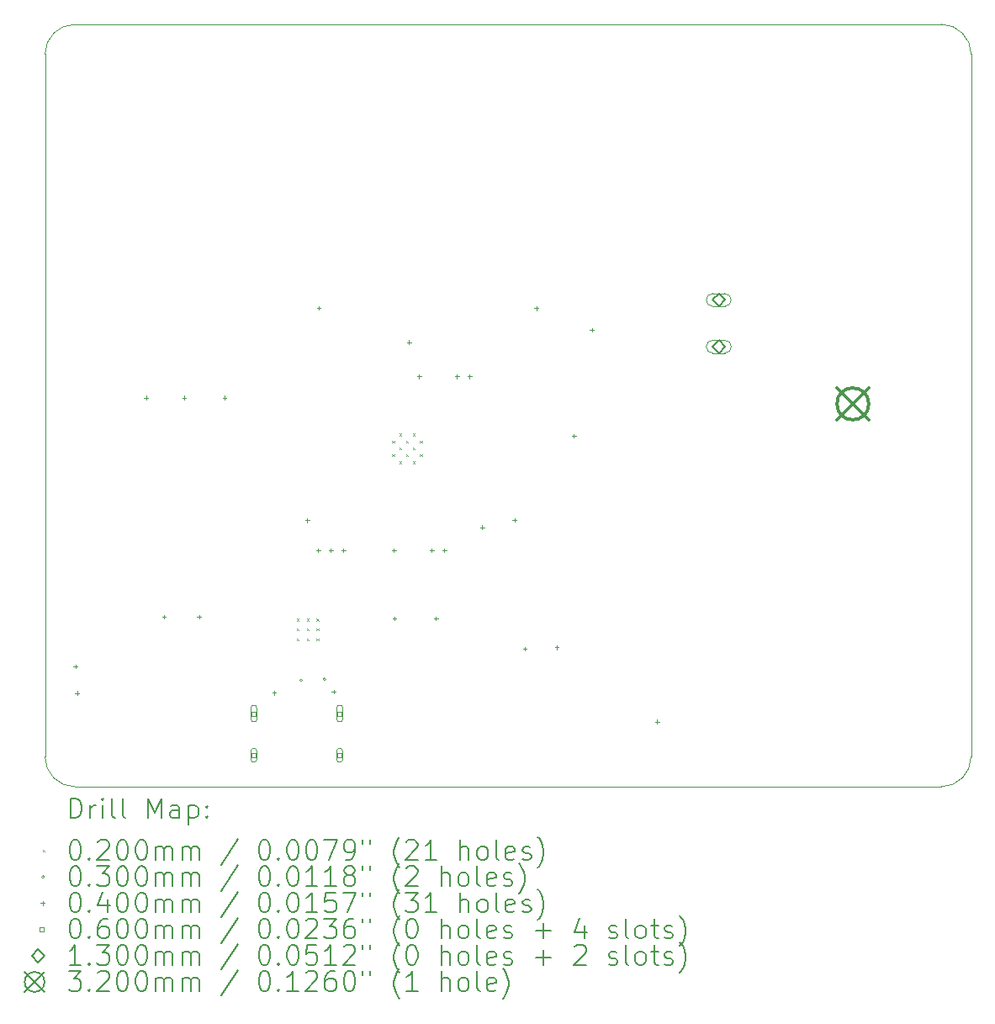
<source format=gbr>
%TF.GenerationSoftware,KiCad,Pcbnew,9.0.7*%
%TF.CreationDate,2026-01-28T06:25:18-03:00*%
%TF.ProjectId,jammerBT_v4,6a616d6d-6572-4425-945f-76342e6b6963,rev?*%
%TF.SameCoordinates,Original*%
%TF.FileFunction,Drillmap*%
%TF.FilePolarity,Positive*%
%FSLAX45Y45*%
G04 Gerber Fmt 4.5, Leading zero omitted, Abs format (unit mm)*
G04 Created by KiCad (PCBNEW 9.0.7) date 2026-01-28 06:25:18*
%MOMM*%
%LPD*%
G01*
G04 APERTURE LIST*
%ADD10C,0.100000*%
%ADD11C,0.200000*%
%ADD12C,0.130000*%
%ADD13C,0.320000*%
G04 APERTURE END LIST*
D10*
X12677000Y-5483000D02*
G75*
G02*
X12977000Y-5183000I300000J0D01*
G01*
X12977000Y-12854000D02*
G75*
G02*
X12677000Y-12554000I0J300000D01*
G01*
X21699000Y-5183000D02*
G75*
G02*
X21999000Y-5483000I0J-300000D01*
G01*
X21999000Y-12554000D02*
G75*
G02*
X21699000Y-12854000I-300000J0D01*
G01*
X12677000Y-12554000D02*
X12677000Y-5483000D01*
X12977000Y-5183000D02*
X21699000Y-5183000D01*
X21699000Y-12854000D02*
X12977000Y-12854000D01*
X21999000Y-5483000D02*
X21999000Y-12554000D01*
D11*
D10*
X15210000Y-11164000D02*
X15230000Y-11184000D01*
X15230000Y-11164000D02*
X15210000Y-11184000D01*
X15210000Y-11264000D02*
X15230000Y-11284000D01*
X15230000Y-11264000D02*
X15210000Y-11284000D01*
X15210000Y-11364000D02*
X15230000Y-11384000D01*
X15230000Y-11364000D02*
X15210000Y-11384000D01*
X15310000Y-11164000D02*
X15330000Y-11184000D01*
X15330000Y-11164000D02*
X15310000Y-11184000D01*
X15310000Y-11264000D02*
X15330000Y-11284000D01*
X15330000Y-11264000D02*
X15310000Y-11284000D01*
X15310000Y-11364000D02*
X15330000Y-11384000D01*
X15330000Y-11364000D02*
X15310000Y-11384000D01*
X15410000Y-11164000D02*
X15430000Y-11184000D01*
X15430000Y-11164000D02*
X15410000Y-11184000D01*
X15410000Y-11264000D02*
X15430000Y-11284000D01*
X15430000Y-11264000D02*
X15410000Y-11284000D01*
X15410000Y-11364000D02*
X15430000Y-11384000D01*
X15430000Y-11364000D02*
X15410000Y-11384000D01*
X16171500Y-9371000D02*
X16191500Y-9391000D01*
X16191500Y-9371000D02*
X16171500Y-9391000D01*
X16171500Y-9511000D02*
X16191500Y-9531000D01*
X16191500Y-9511000D02*
X16171500Y-9531000D01*
X16241500Y-9301000D02*
X16261500Y-9321000D01*
X16261500Y-9301000D02*
X16241500Y-9321000D01*
X16241500Y-9441000D02*
X16261500Y-9461000D01*
X16261500Y-9441000D02*
X16241500Y-9461000D01*
X16241500Y-9581000D02*
X16261500Y-9601000D01*
X16261500Y-9581000D02*
X16241500Y-9601000D01*
X16311500Y-9371000D02*
X16331500Y-9391000D01*
X16331500Y-9371000D02*
X16311500Y-9391000D01*
X16311500Y-9511000D02*
X16331500Y-9531000D01*
X16331500Y-9511000D02*
X16311500Y-9531000D01*
X16381500Y-9301000D02*
X16401500Y-9321000D01*
X16401500Y-9301000D02*
X16381500Y-9321000D01*
X16381500Y-9441000D02*
X16401500Y-9461000D01*
X16401500Y-9441000D02*
X16381500Y-9461000D01*
X16381500Y-9581000D02*
X16401500Y-9601000D01*
X16401500Y-9581000D02*
X16381500Y-9601000D01*
X16451500Y-9371000D02*
X16471500Y-9391000D01*
X16471500Y-9371000D02*
X16451500Y-9391000D01*
X16451500Y-9511000D02*
X16471500Y-9531000D01*
X16471500Y-9511000D02*
X16451500Y-9531000D01*
X15270000Y-11783000D02*
G75*
G02*
X15240000Y-11783000I-15000J0D01*
G01*
X15240000Y-11783000D02*
G75*
G02*
X15270000Y-11783000I15000J0D01*
G01*
X15504000Y-11773000D02*
G75*
G02*
X15474000Y-11773000I-15000J0D01*
G01*
X15474000Y-11773000D02*
G75*
G02*
X15504000Y-11773000I15000J0D01*
G01*
X12983000Y-11623000D02*
X12983000Y-11663000D01*
X12963000Y-11643000D02*
X13003000Y-11643000D01*
X12999000Y-11892000D02*
X12999000Y-11932000D01*
X12979000Y-11912000D02*
X13019000Y-11912000D01*
X13693180Y-8921720D02*
X13693180Y-8961720D01*
X13673180Y-8941720D02*
X13713180Y-8941720D01*
X13873500Y-11124750D02*
X13873500Y-11164750D01*
X13853500Y-11144750D02*
X13893500Y-11144750D01*
X14078500Y-8921720D02*
X14078500Y-8961720D01*
X14058500Y-8941720D02*
X14098500Y-8941720D01*
X14227500Y-11124750D02*
X14227500Y-11164750D01*
X14207500Y-11144750D02*
X14247500Y-11144750D01*
X14483180Y-8921720D02*
X14483180Y-8961720D01*
X14463180Y-8941720D02*
X14503180Y-8941720D01*
X14983000Y-11888000D02*
X14983000Y-11928000D01*
X14963000Y-11908000D02*
X15003000Y-11908000D01*
X15317500Y-10152500D02*
X15317500Y-10192500D01*
X15297500Y-10172500D02*
X15337500Y-10172500D01*
X15427000Y-10456000D02*
X15427000Y-10496000D01*
X15407000Y-10476000D02*
X15447000Y-10476000D01*
X15431240Y-8018000D02*
X15431240Y-8058000D01*
X15411240Y-8038000D02*
X15451240Y-8038000D01*
X15554000Y-10456000D02*
X15554000Y-10496000D01*
X15534000Y-10476000D02*
X15574000Y-10476000D01*
X15581000Y-11879000D02*
X15581000Y-11919000D01*
X15561000Y-11899000D02*
X15601000Y-11899000D01*
X15681000Y-10456000D02*
X15681000Y-10496000D01*
X15661000Y-10476000D02*
X15701000Y-10476000D01*
X16189000Y-10456000D02*
X16189000Y-10496000D01*
X16169000Y-10476000D02*
X16209000Y-10476000D01*
X16194750Y-11141000D02*
X16194750Y-11181000D01*
X16174750Y-11161000D02*
X16214750Y-11161000D01*
X16339750Y-8362000D02*
X16339750Y-8402000D01*
X16319750Y-8382000D02*
X16359750Y-8382000D01*
X16443000Y-8706000D02*
X16443000Y-8746000D01*
X16423000Y-8726000D02*
X16463000Y-8726000D01*
X16570000Y-10456000D02*
X16570000Y-10496000D01*
X16550000Y-10476000D02*
X16590000Y-10476000D01*
X16612500Y-11141000D02*
X16612500Y-11181000D01*
X16592500Y-11161000D02*
X16632500Y-11161000D01*
X16697000Y-10456000D02*
X16697000Y-10496000D01*
X16677000Y-10476000D02*
X16717000Y-10476000D01*
X16824000Y-8706000D02*
X16824000Y-8746000D01*
X16804000Y-8726000D02*
X16844000Y-8726000D01*
X16951000Y-8706000D02*
X16951000Y-8746000D01*
X16931000Y-8726000D02*
X16971000Y-8726000D01*
X17076500Y-10225000D02*
X17076500Y-10265000D01*
X17056500Y-10245000D02*
X17096500Y-10245000D01*
X17402000Y-10150000D02*
X17402000Y-10190000D01*
X17382000Y-10170000D02*
X17422000Y-10170000D01*
X17506000Y-11445000D02*
X17506000Y-11485000D01*
X17486000Y-11465000D02*
X17526000Y-11465000D01*
X17622460Y-8020600D02*
X17622460Y-8060600D01*
X17602460Y-8040600D02*
X17642460Y-8040600D01*
X17828500Y-11432500D02*
X17828500Y-11472500D01*
X17808500Y-11452500D02*
X17848500Y-11452500D01*
X17999000Y-9304000D02*
X17999000Y-9344000D01*
X17979000Y-9324000D02*
X18019000Y-9324000D01*
X18181000Y-8237000D02*
X18181000Y-8277000D01*
X18161000Y-8257000D02*
X18201000Y-8257000D01*
X18839000Y-12181000D02*
X18839000Y-12221000D01*
X18819000Y-12201000D02*
X18859000Y-12201000D01*
X14800713Y-12139713D02*
X14800713Y-12097287D01*
X14758287Y-12097287D01*
X14758287Y-12139713D01*
X14800713Y-12139713D01*
X14749500Y-12063500D02*
X14749500Y-12173500D01*
X14809500Y-12173500D02*
G75*
G02*
X14749500Y-12173500I-30000J0D01*
G01*
X14809500Y-12173500D02*
X14809500Y-12063500D01*
X14809500Y-12063500D02*
G75*
G03*
X14749500Y-12063500I-30000J0D01*
G01*
X14800713Y-12559713D02*
X14800713Y-12517287D01*
X14758287Y-12517287D01*
X14758287Y-12559713D01*
X14800713Y-12559713D01*
X14749500Y-12498500D02*
X14749500Y-12578500D01*
X14809500Y-12578500D02*
G75*
G02*
X14749500Y-12578500I-30000J0D01*
G01*
X14809500Y-12578500D02*
X14809500Y-12498500D01*
X14809500Y-12498500D02*
G75*
G03*
X14749500Y-12498500I-30000J0D01*
G01*
X15664713Y-12139713D02*
X15664713Y-12097287D01*
X15622287Y-12097287D01*
X15622287Y-12139713D01*
X15664713Y-12139713D01*
X15613500Y-12063500D02*
X15613500Y-12173500D01*
X15673500Y-12173500D02*
G75*
G02*
X15613500Y-12173500I-30000J0D01*
G01*
X15673500Y-12173500D02*
X15673500Y-12063500D01*
X15673500Y-12063500D02*
G75*
G03*
X15613500Y-12063500I-30000J0D01*
G01*
X15664713Y-12559713D02*
X15664713Y-12517287D01*
X15622287Y-12517287D01*
X15622287Y-12559713D01*
X15664713Y-12559713D01*
X15613500Y-12498500D02*
X15613500Y-12578500D01*
X15673500Y-12578500D02*
G75*
G02*
X15613500Y-12578500I-30000J0D01*
G01*
X15673500Y-12578500D02*
X15673500Y-12498500D01*
X15673500Y-12498500D02*
G75*
G03*
X15613500Y-12498500I-30000J0D01*
G01*
D12*
X19458500Y-8021500D02*
X19523500Y-7956500D01*
X19458500Y-7891500D01*
X19393500Y-7956500D01*
X19458500Y-8021500D01*
D10*
X19398500Y-8021500D02*
X19518500Y-8021500D01*
X19518500Y-7891500D02*
G75*
G02*
X19518500Y-8021500I0J-65000D01*
G01*
X19518500Y-7891500D02*
X19398500Y-7891500D01*
X19398500Y-7891500D02*
G75*
G03*
X19398500Y-8021500I0J-65000D01*
G01*
D12*
X19458500Y-8491500D02*
X19523500Y-8426500D01*
X19458500Y-8361500D01*
X19393500Y-8426500D01*
X19458500Y-8491500D01*
D10*
X19398500Y-8491500D02*
X19518500Y-8491500D01*
X19518500Y-8361500D02*
G75*
G02*
X19518500Y-8491500I0J-65000D01*
G01*
X19518500Y-8361500D02*
X19398500Y-8361500D01*
X19398500Y-8361500D02*
G75*
G03*
X19398500Y-8491500I0J-65000D01*
G01*
D13*
X20648000Y-8842000D02*
X20968000Y-9162000D01*
X20968000Y-8842000D02*
X20648000Y-9162000D01*
X20968000Y-9002000D02*
G75*
G02*
X20648000Y-9002000I-160000J0D01*
G01*
X20648000Y-9002000D02*
G75*
G02*
X20968000Y-9002000I160000J0D01*
G01*
D11*
X12932777Y-13170484D02*
X12932777Y-12970484D01*
X12932777Y-12970484D02*
X12980396Y-12970484D01*
X12980396Y-12970484D02*
X13008967Y-12980008D01*
X13008967Y-12980008D02*
X13028015Y-12999055D01*
X13028015Y-12999055D02*
X13037539Y-13018103D01*
X13037539Y-13018103D02*
X13047062Y-13056198D01*
X13047062Y-13056198D02*
X13047062Y-13084769D01*
X13047062Y-13084769D02*
X13037539Y-13122865D01*
X13037539Y-13122865D02*
X13028015Y-13141912D01*
X13028015Y-13141912D02*
X13008967Y-13160960D01*
X13008967Y-13160960D02*
X12980396Y-13170484D01*
X12980396Y-13170484D02*
X12932777Y-13170484D01*
X13132777Y-13170484D02*
X13132777Y-13037150D01*
X13132777Y-13075246D02*
X13142301Y-13056198D01*
X13142301Y-13056198D02*
X13151824Y-13046674D01*
X13151824Y-13046674D02*
X13170872Y-13037150D01*
X13170872Y-13037150D02*
X13189920Y-13037150D01*
X13256586Y-13170484D02*
X13256586Y-13037150D01*
X13256586Y-12970484D02*
X13247062Y-12980008D01*
X13247062Y-12980008D02*
X13256586Y-12989531D01*
X13256586Y-12989531D02*
X13266110Y-12980008D01*
X13266110Y-12980008D02*
X13256586Y-12970484D01*
X13256586Y-12970484D02*
X13256586Y-12989531D01*
X13380396Y-13170484D02*
X13361348Y-13160960D01*
X13361348Y-13160960D02*
X13351824Y-13141912D01*
X13351824Y-13141912D02*
X13351824Y-12970484D01*
X13485158Y-13170484D02*
X13466110Y-13160960D01*
X13466110Y-13160960D02*
X13456586Y-13141912D01*
X13456586Y-13141912D02*
X13456586Y-12970484D01*
X13713729Y-13170484D02*
X13713729Y-12970484D01*
X13713729Y-12970484D02*
X13780396Y-13113341D01*
X13780396Y-13113341D02*
X13847062Y-12970484D01*
X13847062Y-12970484D02*
X13847062Y-13170484D01*
X14028015Y-13170484D02*
X14028015Y-13065722D01*
X14028015Y-13065722D02*
X14018491Y-13046674D01*
X14018491Y-13046674D02*
X13999443Y-13037150D01*
X13999443Y-13037150D02*
X13961348Y-13037150D01*
X13961348Y-13037150D02*
X13942301Y-13046674D01*
X14028015Y-13160960D02*
X14008967Y-13170484D01*
X14008967Y-13170484D02*
X13961348Y-13170484D01*
X13961348Y-13170484D02*
X13942301Y-13160960D01*
X13942301Y-13160960D02*
X13932777Y-13141912D01*
X13932777Y-13141912D02*
X13932777Y-13122865D01*
X13932777Y-13122865D02*
X13942301Y-13103817D01*
X13942301Y-13103817D02*
X13961348Y-13094293D01*
X13961348Y-13094293D02*
X14008967Y-13094293D01*
X14008967Y-13094293D02*
X14028015Y-13084769D01*
X14123253Y-13037150D02*
X14123253Y-13237150D01*
X14123253Y-13046674D02*
X14142301Y-13037150D01*
X14142301Y-13037150D02*
X14180396Y-13037150D01*
X14180396Y-13037150D02*
X14199443Y-13046674D01*
X14199443Y-13046674D02*
X14208967Y-13056198D01*
X14208967Y-13056198D02*
X14218491Y-13075246D01*
X14218491Y-13075246D02*
X14218491Y-13132388D01*
X14218491Y-13132388D02*
X14208967Y-13151436D01*
X14208967Y-13151436D02*
X14199443Y-13160960D01*
X14199443Y-13160960D02*
X14180396Y-13170484D01*
X14180396Y-13170484D02*
X14142301Y-13170484D01*
X14142301Y-13170484D02*
X14123253Y-13160960D01*
X14304205Y-13151436D02*
X14313729Y-13160960D01*
X14313729Y-13160960D02*
X14304205Y-13170484D01*
X14304205Y-13170484D02*
X14294682Y-13160960D01*
X14294682Y-13160960D02*
X14304205Y-13151436D01*
X14304205Y-13151436D02*
X14304205Y-13170484D01*
X14304205Y-13046674D02*
X14313729Y-13056198D01*
X14313729Y-13056198D02*
X14304205Y-13065722D01*
X14304205Y-13065722D02*
X14294682Y-13056198D01*
X14294682Y-13056198D02*
X14304205Y-13046674D01*
X14304205Y-13046674D02*
X14304205Y-13065722D01*
D10*
X12652000Y-13489000D02*
X12672000Y-13509000D01*
X12672000Y-13489000D02*
X12652000Y-13509000D01*
D11*
X12970872Y-13390484D02*
X12989920Y-13390484D01*
X12989920Y-13390484D02*
X13008967Y-13400008D01*
X13008967Y-13400008D02*
X13018491Y-13409531D01*
X13018491Y-13409531D02*
X13028015Y-13428579D01*
X13028015Y-13428579D02*
X13037539Y-13466674D01*
X13037539Y-13466674D02*
X13037539Y-13514293D01*
X13037539Y-13514293D02*
X13028015Y-13552388D01*
X13028015Y-13552388D02*
X13018491Y-13571436D01*
X13018491Y-13571436D02*
X13008967Y-13580960D01*
X13008967Y-13580960D02*
X12989920Y-13590484D01*
X12989920Y-13590484D02*
X12970872Y-13590484D01*
X12970872Y-13590484D02*
X12951824Y-13580960D01*
X12951824Y-13580960D02*
X12942301Y-13571436D01*
X12942301Y-13571436D02*
X12932777Y-13552388D01*
X12932777Y-13552388D02*
X12923253Y-13514293D01*
X12923253Y-13514293D02*
X12923253Y-13466674D01*
X12923253Y-13466674D02*
X12932777Y-13428579D01*
X12932777Y-13428579D02*
X12942301Y-13409531D01*
X12942301Y-13409531D02*
X12951824Y-13400008D01*
X12951824Y-13400008D02*
X12970872Y-13390484D01*
X13123253Y-13571436D02*
X13132777Y-13580960D01*
X13132777Y-13580960D02*
X13123253Y-13590484D01*
X13123253Y-13590484D02*
X13113729Y-13580960D01*
X13113729Y-13580960D02*
X13123253Y-13571436D01*
X13123253Y-13571436D02*
X13123253Y-13590484D01*
X13208967Y-13409531D02*
X13218491Y-13400008D01*
X13218491Y-13400008D02*
X13237539Y-13390484D01*
X13237539Y-13390484D02*
X13285158Y-13390484D01*
X13285158Y-13390484D02*
X13304205Y-13400008D01*
X13304205Y-13400008D02*
X13313729Y-13409531D01*
X13313729Y-13409531D02*
X13323253Y-13428579D01*
X13323253Y-13428579D02*
X13323253Y-13447627D01*
X13323253Y-13447627D02*
X13313729Y-13476198D01*
X13313729Y-13476198D02*
X13199443Y-13590484D01*
X13199443Y-13590484D02*
X13323253Y-13590484D01*
X13447062Y-13390484D02*
X13466110Y-13390484D01*
X13466110Y-13390484D02*
X13485158Y-13400008D01*
X13485158Y-13400008D02*
X13494682Y-13409531D01*
X13494682Y-13409531D02*
X13504205Y-13428579D01*
X13504205Y-13428579D02*
X13513729Y-13466674D01*
X13513729Y-13466674D02*
X13513729Y-13514293D01*
X13513729Y-13514293D02*
X13504205Y-13552388D01*
X13504205Y-13552388D02*
X13494682Y-13571436D01*
X13494682Y-13571436D02*
X13485158Y-13580960D01*
X13485158Y-13580960D02*
X13466110Y-13590484D01*
X13466110Y-13590484D02*
X13447062Y-13590484D01*
X13447062Y-13590484D02*
X13428015Y-13580960D01*
X13428015Y-13580960D02*
X13418491Y-13571436D01*
X13418491Y-13571436D02*
X13408967Y-13552388D01*
X13408967Y-13552388D02*
X13399443Y-13514293D01*
X13399443Y-13514293D02*
X13399443Y-13466674D01*
X13399443Y-13466674D02*
X13408967Y-13428579D01*
X13408967Y-13428579D02*
X13418491Y-13409531D01*
X13418491Y-13409531D02*
X13428015Y-13400008D01*
X13428015Y-13400008D02*
X13447062Y-13390484D01*
X13637539Y-13390484D02*
X13656586Y-13390484D01*
X13656586Y-13390484D02*
X13675634Y-13400008D01*
X13675634Y-13400008D02*
X13685158Y-13409531D01*
X13685158Y-13409531D02*
X13694682Y-13428579D01*
X13694682Y-13428579D02*
X13704205Y-13466674D01*
X13704205Y-13466674D02*
X13704205Y-13514293D01*
X13704205Y-13514293D02*
X13694682Y-13552388D01*
X13694682Y-13552388D02*
X13685158Y-13571436D01*
X13685158Y-13571436D02*
X13675634Y-13580960D01*
X13675634Y-13580960D02*
X13656586Y-13590484D01*
X13656586Y-13590484D02*
X13637539Y-13590484D01*
X13637539Y-13590484D02*
X13618491Y-13580960D01*
X13618491Y-13580960D02*
X13608967Y-13571436D01*
X13608967Y-13571436D02*
X13599443Y-13552388D01*
X13599443Y-13552388D02*
X13589920Y-13514293D01*
X13589920Y-13514293D02*
X13589920Y-13466674D01*
X13589920Y-13466674D02*
X13599443Y-13428579D01*
X13599443Y-13428579D02*
X13608967Y-13409531D01*
X13608967Y-13409531D02*
X13618491Y-13400008D01*
X13618491Y-13400008D02*
X13637539Y-13390484D01*
X13789920Y-13590484D02*
X13789920Y-13457150D01*
X13789920Y-13476198D02*
X13799443Y-13466674D01*
X13799443Y-13466674D02*
X13818491Y-13457150D01*
X13818491Y-13457150D02*
X13847063Y-13457150D01*
X13847063Y-13457150D02*
X13866110Y-13466674D01*
X13866110Y-13466674D02*
X13875634Y-13485722D01*
X13875634Y-13485722D02*
X13875634Y-13590484D01*
X13875634Y-13485722D02*
X13885158Y-13466674D01*
X13885158Y-13466674D02*
X13904205Y-13457150D01*
X13904205Y-13457150D02*
X13932777Y-13457150D01*
X13932777Y-13457150D02*
X13951824Y-13466674D01*
X13951824Y-13466674D02*
X13961348Y-13485722D01*
X13961348Y-13485722D02*
X13961348Y-13590484D01*
X14056586Y-13590484D02*
X14056586Y-13457150D01*
X14056586Y-13476198D02*
X14066110Y-13466674D01*
X14066110Y-13466674D02*
X14085158Y-13457150D01*
X14085158Y-13457150D02*
X14113729Y-13457150D01*
X14113729Y-13457150D02*
X14132777Y-13466674D01*
X14132777Y-13466674D02*
X14142301Y-13485722D01*
X14142301Y-13485722D02*
X14142301Y-13590484D01*
X14142301Y-13485722D02*
X14151824Y-13466674D01*
X14151824Y-13466674D02*
X14170872Y-13457150D01*
X14170872Y-13457150D02*
X14199443Y-13457150D01*
X14199443Y-13457150D02*
X14218491Y-13466674D01*
X14218491Y-13466674D02*
X14228015Y-13485722D01*
X14228015Y-13485722D02*
X14228015Y-13590484D01*
X14618491Y-13380960D02*
X14447063Y-13638103D01*
X14875634Y-13390484D02*
X14894682Y-13390484D01*
X14894682Y-13390484D02*
X14913729Y-13400008D01*
X14913729Y-13400008D02*
X14923253Y-13409531D01*
X14923253Y-13409531D02*
X14932777Y-13428579D01*
X14932777Y-13428579D02*
X14942301Y-13466674D01*
X14942301Y-13466674D02*
X14942301Y-13514293D01*
X14942301Y-13514293D02*
X14932777Y-13552388D01*
X14932777Y-13552388D02*
X14923253Y-13571436D01*
X14923253Y-13571436D02*
X14913729Y-13580960D01*
X14913729Y-13580960D02*
X14894682Y-13590484D01*
X14894682Y-13590484D02*
X14875634Y-13590484D01*
X14875634Y-13590484D02*
X14856586Y-13580960D01*
X14856586Y-13580960D02*
X14847063Y-13571436D01*
X14847063Y-13571436D02*
X14837539Y-13552388D01*
X14837539Y-13552388D02*
X14828015Y-13514293D01*
X14828015Y-13514293D02*
X14828015Y-13466674D01*
X14828015Y-13466674D02*
X14837539Y-13428579D01*
X14837539Y-13428579D02*
X14847063Y-13409531D01*
X14847063Y-13409531D02*
X14856586Y-13400008D01*
X14856586Y-13400008D02*
X14875634Y-13390484D01*
X15028015Y-13571436D02*
X15037539Y-13580960D01*
X15037539Y-13580960D02*
X15028015Y-13590484D01*
X15028015Y-13590484D02*
X15018491Y-13580960D01*
X15018491Y-13580960D02*
X15028015Y-13571436D01*
X15028015Y-13571436D02*
X15028015Y-13590484D01*
X15161348Y-13390484D02*
X15180396Y-13390484D01*
X15180396Y-13390484D02*
X15199444Y-13400008D01*
X15199444Y-13400008D02*
X15208967Y-13409531D01*
X15208967Y-13409531D02*
X15218491Y-13428579D01*
X15218491Y-13428579D02*
X15228015Y-13466674D01*
X15228015Y-13466674D02*
X15228015Y-13514293D01*
X15228015Y-13514293D02*
X15218491Y-13552388D01*
X15218491Y-13552388D02*
X15208967Y-13571436D01*
X15208967Y-13571436D02*
X15199444Y-13580960D01*
X15199444Y-13580960D02*
X15180396Y-13590484D01*
X15180396Y-13590484D02*
X15161348Y-13590484D01*
X15161348Y-13590484D02*
X15142301Y-13580960D01*
X15142301Y-13580960D02*
X15132777Y-13571436D01*
X15132777Y-13571436D02*
X15123253Y-13552388D01*
X15123253Y-13552388D02*
X15113729Y-13514293D01*
X15113729Y-13514293D02*
X15113729Y-13466674D01*
X15113729Y-13466674D02*
X15123253Y-13428579D01*
X15123253Y-13428579D02*
X15132777Y-13409531D01*
X15132777Y-13409531D02*
X15142301Y-13400008D01*
X15142301Y-13400008D02*
X15161348Y-13390484D01*
X15351825Y-13390484D02*
X15370872Y-13390484D01*
X15370872Y-13390484D02*
X15389920Y-13400008D01*
X15389920Y-13400008D02*
X15399444Y-13409531D01*
X15399444Y-13409531D02*
X15408967Y-13428579D01*
X15408967Y-13428579D02*
X15418491Y-13466674D01*
X15418491Y-13466674D02*
X15418491Y-13514293D01*
X15418491Y-13514293D02*
X15408967Y-13552388D01*
X15408967Y-13552388D02*
X15399444Y-13571436D01*
X15399444Y-13571436D02*
X15389920Y-13580960D01*
X15389920Y-13580960D02*
X15370872Y-13590484D01*
X15370872Y-13590484D02*
X15351825Y-13590484D01*
X15351825Y-13590484D02*
X15332777Y-13580960D01*
X15332777Y-13580960D02*
X15323253Y-13571436D01*
X15323253Y-13571436D02*
X15313729Y-13552388D01*
X15313729Y-13552388D02*
X15304206Y-13514293D01*
X15304206Y-13514293D02*
X15304206Y-13466674D01*
X15304206Y-13466674D02*
X15313729Y-13428579D01*
X15313729Y-13428579D02*
X15323253Y-13409531D01*
X15323253Y-13409531D02*
X15332777Y-13400008D01*
X15332777Y-13400008D02*
X15351825Y-13390484D01*
X15485158Y-13390484D02*
X15618491Y-13390484D01*
X15618491Y-13390484D02*
X15532777Y-13590484D01*
X15704206Y-13590484D02*
X15742301Y-13590484D01*
X15742301Y-13590484D02*
X15761348Y-13580960D01*
X15761348Y-13580960D02*
X15770872Y-13571436D01*
X15770872Y-13571436D02*
X15789920Y-13542865D01*
X15789920Y-13542865D02*
X15799444Y-13504769D01*
X15799444Y-13504769D02*
X15799444Y-13428579D01*
X15799444Y-13428579D02*
X15789920Y-13409531D01*
X15789920Y-13409531D02*
X15780396Y-13400008D01*
X15780396Y-13400008D02*
X15761348Y-13390484D01*
X15761348Y-13390484D02*
X15723253Y-13390484D01*
X15723253Y-13390484D02*
X15704206Y-13400008D01*
X15704206Y-13400008D02*
X15694682Y-13409531D01*
X15694682Y-13409531D02*
X15685158Y-13428579D01*
X15685158Y-13428579D02*
X15685158Y-13476198D01*
X15685158Y-13476198D02*
X15694682Y-13495246D01*
X15694682Y-13495246D02*
X15704206Y-13504769D01*
X15704206Y-13504769D02*
X15723253Y-13514293D01*
X15723253Y-13514293D02*
X15761348Y-13514293D01*
X15761348Y-13514293D02*
X15780396Y-13504769D01*
X15780396Y-13504769D02*
X15789920Y-13495246D01*
X15789920Y-13495246D02*
X15799444Y-13476198D01*
X15875634Y-13390484D02*
X15875634Y-13428579D01*
X15951825Y-13390484D02*
X15951825Y-13428579D01*
X16247063Y-13666674D02*
X16237539Y-13657150D01*
X16237539Y-13657150D02*
X16218491Y-13628579D01*
X16218491Y-13628579D02*
X16208968Y-13609531D01*
X16208968Y-13609531D02*
X16199444Y-13580960D01*
X16199444Y-13580960D02*
X16189920Y-13533341D01*
X16189920Y-13533341D02*
X16189920Y-13495246D01*
X16189920Y-13495246D02*
X16199444Y-13447627D01*
X16199444Y-13447627D02*
X16208968Y-13419055D01*
X16208968Y-13419055D02*
X16218491Y-13400008D01*
X16218491Y-13400008D02*
X16237539Y-13371436D01*
X16237539Y-13371436D02*
X16247063Y-13361912D01*
X16313729Y-13409531D02*
X16323253Y-13400008D01*
X16323253Y-13400008D02*
X16342301Y-13390484D01*
X16342301Y-13390484D02*
X16389920Y-13390484D01*
X16389920Y-13390484D02*
X16408968Y-13400008D01*
X16408968Y-13400008D02*
X16418491Y-13409531D01*
X16418491Y-13409531D02*
X16428015Y-13428579D01*
X16428015Y-13428579D02*
X16428015Y-13447627D01*
X16428015Y-13447627D02*
X16418491Y-13476198D01*
X16418491Y-13476198D02*
X16304206Y-13590484D01*
X16304206Y-13590484D02*
X16428015Y-13590484D01*
X16618491Y-13590484D02*
X16504206Y-13590484D01*
X16561348Y-13590484D02*
X16561348Y-13390484D01*
X16561348Y-13390484D02*
X16542301Y-13419055D01*
X16542301Y-13419055D02*
X16523253Y-13438103D01*
X16523253Y-13438103D02*
X16504206Y-13447627D01*
X16856587Y-13590484D02*
X16856587Y-13390484D01*
X16942301Y-13590484D02*
X16942301Y-13485722D01*
X16942301Y-13485722D02*
X16932777Y-13466674D01*
X16932777Y-13466674D02*
X16913730Y-13457150D01*
X16913730Y-13457150D02*
X16885158Y-13457150D01*
X16885158Y-13457150D02*
X16866111Y-13466674D01*
X16866111Y-13466674D02*
X16856587Y-13476198D01*
X17066111Y-13590484D02*
X17047063Y-13580960D01*
X17047063Y-13580960D02*
X17037539Y-13571436D01*
X17037539Y-13571436D02*
X17028015Y-13552388D01*
X17028015Y-13552388D02*
X17028015Y-13495246D01*
X17028015Y-13495246D02*
X17037539Y-13476198D01*
X17037539Y-13476198D02*
X17047063Y-13466674D01*
X17047063Y-13466674D02*
X17066111Y-13457150D01*
X17066111Y-13457150D02*
X17094682Y-13457150D01*
X17094682Y-13457150D02*
X17113730Y-13466674D01*
X17113730Y-13466674D02*
X17123253Y-13476198D01*
X17123253Y-13476198D02*
X17132777Y-13495246D01*
X17132777Y-13495246D02*
X17132777Y-13552388D01*
X17132777Y-13552388D02*
X17123253Y-13571436D01*
X17123253Y-13571436D02*
X17113730Y-13580960D01*
X17113730Y-13580960D02*
X17094682Y-13590484D01*
X17094682Y-13590484D02*
X17066111Y-13590484D01*
X17247063Y-13590484D02*
X17228015Y-13580960D01*
X17228015Y-13580960D02*
X17218492Y-13561912D01*
X17218492Y-13561912D02*
X17218492Y-13390484D01*
X17399444Y-13580960D02*
X17380396Y-13590484D01*
X17380396Y-13590484D02*
X17342301Y-13590484D01*
X17342301Y-13590484D02*
X17323253Y-13580960D01*
X17323253Y-13580960D02*
X17313730Y-13561912D01*
X17313730Y-13561912D02*
X17313730Y-13485722D01*
X17313730Y-13485722D02*
X17323253Y-13466674D01*
X17323253Y-13466674D02*
X17342301Y-13457150D01*
X17342301Y-13457150D02*
X17380396Y-13457150D01*
X17380396Y-13457150D02*
X17399444Y-13466674D01*
X17399444Y-13466674D02*
X17408968Y-13485722D01*
X17408968Y-13485722D02*
X17408968Y-13504769D01*
X17408968Y-13504769D02*
X17313730Y-13523817D01*
X17485158Y-13580960D02*
X17504206Y-13590484D01*
X17504206Y-13590484D02*
X17542301Y-13590484D01*
X17542301Y-13590484D02*
X17561349Y-13580960D01*
X17561349Y-13580960D02*
X17570873Y-13561912D01*
X17570873Y-13561912D02*
X17570873Y-13552388D01*
X17570873Y-13552388D02*
X17561349Y-13533341D01*
X17561349Y-13533341D02*
X17542301Y-13523817D01*
X17542301Y-13523817D02*
X17513730Y-13523817D01*
X17513730Y-13523817D02*
X17494682Y-13514293D01*
X17494682Y-13514293D02*
X17485158Y-13495246D01*
X17485158Y-13495246D02*
X17485158Y-13485722D01*
X17485158Y-13485722D02*
X17494682Y-13466674D01*
X17494682Y-13466674D02*
X17513730Y-13457150D01*
X17513730Y-13457150D02*
X17542301Y-13457150D01*
X17542301Y-13457150D02*
X17561349Y-13466674D01*
X17637539Y-13666674D02*
X17647063Y-13657150D01*
X17647063Y-13657150D02*
X17666111Y-13628579D01*
X17666111Y-13628579D02*
X17675634Y-13609531D01*
X17675634Y-13609531D02*
X17685158Y-13580960D01*
X17685158Y-13580960D02*
X17694682Y-13533341D01*
X17694682Y-13533341D02*
X17694682Y-13495246D01*
X17694682Y-13495246D02*
X17685158Y-13447627D01*
X17685158Y-13447627D02*
X17675634Y-13419055D01*
X17675634Y-13419055D02*
X17666111Y-13400008D01*
X17666111Y-13400008D02*
X17647063Y-13371436D01*
X17647063Y-13371436D02*
X17637539Y-13361912D01*
D10*
X12672000Y-13763000D02*
G75*
G02*
X12642000Y-13763000I-15000J0D01*
G01*
X12642000Y-13763000D02*
G75*
G02*
X12672000Y-13763000I15000J0D01*
G01*
D11*
X12970872Y-13654484D02*
X12989920Y-13654484D01*
X12989920Y-13654484D02*
X13008967Y-13664008D01*
X13008967Y-13664008D02*
X13018491Y-13673531D01*
X13018491Y-13673531D02*
X13028015Y-13692579D01*
X13028015Y-13692579D02*
X13037539Y-13730674D01*
X13037539Y-13730674D02*
X13037539Y-13778293D01*
X13037539Y-13778293D02*
X13028015Y-13816388D01*
X13028015Y-13816388D02*
X13018491Y-13835436D01*
X13018491Y-13835436D02*
X13008967Y-13844960D01*
X13008967Y-13844960D02*
X12989920Y-13854484D01*
X12989920Y-13854484D02*
X12970872Y-13854484D01*
X12970872Y-13854484D02*
X12951824Y-13844960D01*
X12951824Y-13844960D02*
X12942301Y-13835436D01*
X12942301Y-13835436D02*
X12932777Y-13816388D01*
X12932777Y-13816388D02*
X12923253Y-13778293D01*
X12923253Y-13778293D02*
X12923253Y-13730674D01*
X12923253Y-13730674D02*
X12932777Y-13692579D01*
X12932777Y-13692579D02*
X12942301Y-13673531D01*
X12942301Y-13673531D02*
X12951824Y-13664008D01*
X12951824Y-13664008D02*
X12970872Y-13654484D01*
X13123253Y-13835436D02*
X13132777Y-13844960D01*
X13132777Y-13844960D02*
X13123253Y-13854484D01*
X13123253Y-13854484D02*
X13113729Y-13844960D01*
X13113729Y-13844960D02*
X13123253Y-13835436D01*
X13123253Y-13835436D02*
X13123253Y-13854484D01*
X13199443Y-13654484D02*
X13323253Y-13654484D01*
X13323253Y-13654484D02*
X13256586Y-13730674D01*
X13256586Y-13730674D02*
X13285158Y-13730674D01*
X13285158Y-13730674D02*
X13304205Y-13740198D01*
X13304205Y-13740198D02*
X13313729Y-13749722D01*
X13313729Y-13749722D02*
X13323253Y-13768769D01*
X13323253Y-13768769D02*
X13323253Y-13816388D01*
X13323253Y-13816388D02*
X13313729Y-13835436D01*
X13313729Y-13835436D02*
X13304205Y-13844960D01*
X13304205Y-13844960D02*
X13285158Y-13854484D01*
X13285158Y-13854484D02*
X13228015Y-13854484D01*
X13228015Y-13854484D02*
X13208967Y-13844960D01*
X13208967Y-13844960D02*
X13199443Y-13835436D01*
X13447062Y-13654484D02*
X13466110Y-13654484D01*
X13466110Y-13654484D02*
X13485158Y-13664008D01*
X13485158Y-13664008D02*
X13494682Y-13673531D01*
X13494682Y-13673531D02*
X13504205Y-13692579D01*
X13504205Y-13692579D02*
X13513729Y-13730674D01*
X13513729Y-13730674D02*
X13513729Y-13778293D01*
X13513729Y-13778293D02*
X13504205Y-13816388D01*
X13504205Y-13816388D02*
X13494682Y-13835436D01*
X13494682Y-13835436D02*
X13485158Y-13844960D01*
X13485158Y-13844960D02*
X13466110Y-13854484D01*
X13466110Y-13854484D02*
X13447062Y-13854484D01*
X13447062Y-13854484D02*
X13428015Y-13844960D01*
X13428015Y-13844960D02*
X13418491Y-13835436D01*
X13418491Y-13835436D02*
X13408967Y-13816388D01*
X13408967Y-13816388D02*
X13399443Y-13778293D01*
X13399443Y-13778293D02*
X13399443Y-13730674D01*
X13399443Y-13730674D02*
X13408967Y-13692579D01*
X13408967Y-13692579D02*
X13418491Y-13673531D01*
X13418491Y-13673531D02*
X13428015Y-13664008D01*
X13428015Y-13664008D02*
X13447062Y-13654484D01*
X13637539Y-13654484D02*
X13656586Y-13654484D01*
X13656586Y-13654484D02*
X13675634Y-13664008D01*
X13675634Y-13664008D02*
X13685158Y-13673531D01*
X13685158Y-13673531D02*
X13694682Y-13692579D01*
X13694682Y-13692579D02*
X13704205Y-13730674D01*
X13704205Y-13730674D02*
X13704205Y-13778293D01*
X13704205Y-13778293D02*
X13694682Y-13816388D01*
X13694682Y-13816388D02*
X13685158Y-13835436D01*
X13685158Y-13835436D02*
X13675634Y-13844960D01*
X13675634Y-13844960D02*
X13656586Y-13854484D01*
X13656586Y-13854484D02*
X13637539Y-13854484D01*
X13637539Y-13854484D02*
X13618491Y-13844960D01*
X13618491Y-13844960D02*
X13608967Y-13835436D01*
X13608967Y-13835436D02*
X13599443Y-13816388D01*
X13599443Y-13816388D02*
X13589920Y-13778293D01*
X13589920Y-13778293D02*
X13589920Y-13730674D01*
X13589920Y-13730674D02*
X13599443Y-13692579D01*
X13599443Y-13692579D02*
X13608967Y-13673531D01*
X13608967Y-13673531D02*
X13618491Y-13664008D01*
X13618491Y-13664008D02*
X13637539Y-13654484D01*
X13789920Y-13854484D02*
X13789920Y-13721150D01*
X13789920Y-13740198D02*
X13799443Y-13730674D01*
X13799443Y-13730674D02*
X13818491Y-13721150D01*
X13818491Y-13721150D02*
X13847063Y-13721150D01*
X13847063Y-13721150D02*
X13866110Y-13730674D01*
X13866110Y-13730674D02*
X13875634Y-13749722D01*
X13875634Y-13749722D02*
X13875634Y-13854484D01*
X13875634Y-13749722D02*
X13885158Y-13730674D01*
X13885158Y-13730674D02*
X13904205Y-13721150D01*
X13904205Y-13721150D02*
X13932777Y-13721150D01*
X13932777Y-13721150D02*
X13951824Y-13730674D01*
X13951824Y-13730674D02*
X13961348Y-13749722D01*
X13961348Y-13749722D02*
X13961348Y-13854484D01*
X14056586Y-13854484D02*
X14056586Y-13721150D01*
X14056586Y-13740198D02*
X14066110Y-13730674D01*
X14066110Y-13730674D02*
X14085158Y-13721150D01*
X14085158Y-13721150D02*
X14113729Y-13721150D01*
X14113729Y-13721150D02*
X14132777Y-13730674D01*
X14132777Y-13730674D02*
X14142301Y-13749722D01*
X14142301Y-13749722D02*
X14142301Y-13854484D01*
X14142301Y-13749722D02*
X14151824Y-13730674D01*
X14151824Y-13730674D02*
X14170872Y-13721150D01*
X14170872Y-13721150D02*
X14199443Y-13721150D01*
X14199443Y-13721150D02*
X14218491Y-13730674D01*
X14218491Y-13730674D02*
X14228015Y-13749722D01*
X14228015Y-13749722D02*
X14228015Y-13854484D01*
X14618491Y-13644960D02*
X14447063Y-13902103D01*
X14875634Y-13654484D02*
X14894682Y-13654484D01*
X14894682Y-13654484D02*
X14913729Y-13664008D01*
X14913729Y-13664008D02*
X14923253Y-13673531D01*
X14923253Y-13673531D02*
X14932777Y-13692579D01*
X14932777Y-13692579D02*
X14942301Y-13730674D01*
X14942301Y-13730674D02*
X14942301Y-13778293D01*
X14942301Y-13778293D02*
X14932777Y-13816388D01*
X14932777Y-13816388D02*
X14923253Y-13835436D01*
X14923253Y-13835436D02*
X14913729Y-13844960D01*
X14913729Y-13844960D02*
X14894682Y-13854484D01*
X14894682Y-13854484D02*
X14875634Y-13854484D01*
X14875634Y-13854484D02*
X14856586Y-13844960D01*
X14856586Y-13844960D02*
X14847063Y-13835436D01*
X14847063Y-13835436D02*
X14837539Y-13816388D01*
X14837539Y-13816388D02*
X14828015Y-13778293D01*
X14828015Y-13778293D02*
X14828015Y-13730674D01*
X14828015Y-13730674D02*
X14837539Y-13692579D01*
X14837539Y-13692579D02*
X14847063Y-13673531D01*
X14847063Y-13673531D02*
X14856586Y-13664008D01*
X14856586Y-13664008D02*
X14875634Y-13654484D01*
X15028015Y-13835436D02*
X15037539Y-13844960D01*
X15037539Y-13844960D02*
X15028015Y-13854484D01*
X15028015Y-13854484D02*
X15018491Y-13844960D01*
X15018491Y-13844960D02*
X15028015Y-13835436D01*
X15028015Y-13835436D02*
X15028015Y-13854484D01*
X15161348Y-13654484D02*
X15180396Y-13654484D01*
X15180396Y-13654484D02*
X15199444Y-13664008D01*
X15199444Y-13664008D02*
X15208967Y-13673531D01*
X15208967Y-13673531D02*
X15218491Y-13692579D01*
X15218491Y-13692579D02*
X15228015Y-13730674D01*
X15228015Y-13730674D02*
X15228015Y-13778293D01*
X15228015Y-13778293D02*
X15218491Y-13816388D01*
X15218491Y-13816388D02*
X15208967Y-13835436D01*
X15208967Y-13835436D02*
X15199444Y-13844960D01*
X15199444Y-13844960D02*
X15180396Y-13854484D01*
X15180396Y-13854484D02*
X15161348Y-13854484D01*
X15161348Y-13854484D02*
X15142301Y-13844960D01*
X15142301Y-13844960D02*
X15132777Y-13835436D01*
X15132777Y-13835436D02*
X15123253Y-13816388D01*
X15123253Y-13816388D02*
X15113729Y-13778293D01*
X15113729Y-13778293D02*
X15113729Y-13730674D01*
X15113729Y-13730674D02*
X15123253Y-13692579D01*
X15123253Y-13692579D02*
X15132777Y-13673531D01*
X15132777Y-13673531D02*
X15142301Y-13664008D01*
X15142301Y-13664008D02*
X15161348Y-13654484D01*
X15418491Y-13854484D02*
X15304206Y-13854484D01*
X15361348Y-13854484D02*
X15361348Y-13654484D01*
X15361348Y-13654484D02*
X15342301Y-13683055D01*
X15342301Y-13683055D02*
X15323253Y-13702103D01*
X15323253Y-13702103D02*
X15304206Y-13711627D01*
X15608967Y-13854484D02*
X15494682Y-13854484D01*
X15551825Y-13854484D02*
X15551825Y-13654484D01*
X15551825Y-13654484D02*
X15532777Y-13683055D01*
X15532777Y-13683055D02*
X15513729Y-13702103D01*
X15513729Y-13702103D02*
X15494682Y-13711627D01*
X15723253Y-13740198D02*
X15704206Y-13730674D01*
X15704206Y-13730674D02*
X15694682Y-13721150D01*
X15694682Y-13721150D02*
X15685158Y-13702103D01*
X15685158Y-13702103D02*
X15685158Y-13692579D01*
X15685158Y-13692579D02*
X15694682Y-13673531D01*
X15694682Y-13673531D02*
X15704206Y-13664008D01*
X15704206Y-13664008D02*
X15723253Y-13654484D01*
X15723253Y-13654484D02*
X15761348Y-13654484D01*
X15761348Y-13654484D02*
X15780396Y-13664008D01*
X15780396Y-13664008D02*
X15789920Y-13673531D01*
X15789920Y-13673531D02*
X15799444Y-13692579D01*
X15799444Y-13692579D02*
X15799444Y-13702103D01*
X15799444Y-13702103D02*
X15789920Y-13721150D01*
X15789920Y-13721150D02*
X15780396Y-13730674D01*
X15780396Y-13730674D02*
X15761348Y-13740198D01*
X15761348Y-13740198D02*
X15723253Y-13740198D01*
X15723253Y-13740198D02*
X15704206Y-13749722D01*
X15704206Y-13749722D02*
X15694682Y-13759246D01*
X15694682Y-13759246D02*
X15685158Y-13778293D01*
X15685158Y-13778293D02*
X15685158Y-13816388D01*
X15685158Y-13816388D02*
X15694682Y-13835436D01*
X15694682Y-13835436D02*
X15704206Y-13844960D01*
X15704206Y-13844960D02*
X15723253Y-13854484D01*
X15723253Y-13854484D02*
X15761348Y-13854484D01*
X15761348Y-13854484D02*
X15780396Y-13844960D01*
X15780396Y-13844960D02*
X15789920Y-13835436D01*
X15789920Y-13835436D02*
X15799444Y-13816388D01*
X15799444Y-13816388D02*
X15799444Y-13778293D01*
X15799444Y-13778293D02*
X15789920Y-13759246D01*
X15789920Y-13759246D02*
X15780396Y-13749722D01*
X15780396Y-13749722D02*
X15761348Y-13740198D01*
X15875634Y-13654484D02*
X15875634Y-13692579D01*
X15951825Y-13654484D02*
X15951825Y-13692579D01*
X16247063Y-13930674D02*
X16237539Y-13921150D01*
X16237539Y-13921150D02*
X16218491Y-13892579D01*
X16218491Y-13892579D02*
X16208968Y-13873531D01*
X16208968Y-13873531D02*
X16199444Y-13844960D01*
X16199444Y-13844960D02*
X16189920Y-13797341D01*
X16189920Y-13797341D02*
X16189920Y-13759246D01*
X16189920Y-13759246D02*
X16199444Y-13711627D01*
X16199444Y-13711627D02*
X16208968Y-13683055D01*
X16208968Y-13683055D02*
X16218491Y-13664008D01*
X16218491Y-13664008D02*
X16237539Y-13635436D01*
X16237539Y-13635436D02*
X16247063Y-13625912D01*
X16313729Y-13673531D02*
X16323253Y-13664008D01*
X16323253Y-13664008D02*
X16342301Y-13654484D01*
X16342301Y-13654484D02*
X16389920Y-13654484D01*
X16389920Y-13654484D02*
X16408968Y-13664008D01*
X16408968Y-13664008D02*
X16418491Y-13673531D01*
X16418491Y-13673531D02*
X16428015Y-13692579D01*
X16428015Y-13692579D02*
X16428015Y-13711627D01*
X16428015Y-13711627D02*
X16418491Y-13740198D01*
X16418491Y-13740198D02*
X16304206Y-13854484D01*
X16304206Y-13854484D02*
X16428015Y-13854484D01*
X16666110Y-13854484D02*
X16666110Y-13654484D01*
X16751825Y-13854484D02*
X16751825Y-13749722D01*
X16751825Y-13749722D02*
X16742301Y-13730674D01*
X16742301Y-13730674D02*
X16723253Y-13721150D01*
X16723253Y-13721150D02*
X16694682Y-13721150D01*
X16694682Y-13721150D02*
X16675634Y-13730674D01*
X16675634Y-13730674D02*
X16666110Y-13740198D01*
X16875634Y-13854484D02*
X16856587Y-13844960D01*
X16856587Y-13844960D02*
X16847063Y-13835436D01*
X16847063Y-13835436D02*
X16837539Y-13816388D01*
X16837539Y-13816388D02*
X16837539Y-13759246D01*
X16837539Y-13759246D02*
X16847063Y-13740198D01*
X16847063Y-13740198D02*
X16856587Y-13730674D01*
X16856587Y-13730674D02*
X16875634Y-13721150D01*
X16875634Y-13721150D02*
X16904206Y-13721150D01*
X16904206Y-13721150D02*
X16923253Y-13730674D01*
X16923253Y-13730674D02*
X16932777Y-13740198D01*
X16932777Y-13740198D02*
X16942301Y-13759246D01*
X16942301Y-13759246D02*
X16942301Y-13816388D01*
X16942301Y-13816388D02*
X16932777Y-13835436D01*
X16932777Y-13835436D02*
X16923253Y-13844960D01*
X16923253Y-13844960D02*
X16904206Y-13854484D01*
X16904206Y-13854484D02*
X16875634Y-13854484D01*
X17056587Y-13854484D02*
X17037539Y-13844960D01*
X17037539Y-13844960D02*
X17028015Y-13825912D01*
X17028015Y-13825912D02*
X17028015Y-13654484D01*
X17208968Y-13844960D02*
X17189920Y-13854484D01*
X17189920Y-13854484D02*
X17151825Y-13854484D01*
X17151825Y-13854484D02*
X17132777Y-13844960D01*
X17132777Y-13844960D02*
X17123253Y-13825912D01*
X17123253Y-13825912D02*
X17123253Y-13749722D01*
X17123253Y-13749722D02*
X17132777Y-13730674D01*
X17132777Y-13730674D02*
X17151825Y-13721150D01*
X17151825Y-13721150D02*
X17189920Y-13721150D01*
X17189920Y-13721150D02*
X17208968Y-13730674D01*
X17208968Y-13730674D02*
X17218492Y-13749722D01*
X17218492Y-13749722D02*
X17218492Y-13768769D01*
X17218492Y-13768769D02*
X17123253Y-13787817D01*
X17294682Y-13844960D02*
X17313730Y-13854484D01*
X17313730Y-13854484D02*
X17351825Y-13854484D01*
X17351825Y-13854484D02*
X17370873Y-13844960D01*
X17370873Y-13844960D02*
X17380396Y-13825912D01*
X17380396Y-13825912D02*
X17380396Y-13816388D01*
X17380396Y-13816388D02*
X17370873Y-13797341D01*
X17370873Y-13797341D02*
X17351825Y-13787817D01*
X17351825Y-13787817D02*
X17323253Y-13787817D01*
X17323253Y-13787817D02*
X17304206Y-13778293D01*
X17304206Y-13778293D02*
X17294682Y-13759246D01*
X17294682Y-13759246D02*
X17294682Y-13749722D01*
X17294682Y-13749722D02*
X17304206Y-13730674D01*
X17304206Y-13730674D02*
X17323253Y-13721150D01*
X17323253Y-13721150D02*
X17351825Y-13721150D01*
X17351825Y-13721150D02*
X17370873Y-13730674D01*
X17447063Y-13930674D02*
X17456587Y-13921150D01*
X17456587Y-13921150D02*
X17475634Y-13892579D01*
X17475634Y-13892579D02*
X17485158Y-13873531D01*
X17485158Y-13873531D02*
X17494682Y-13844960D01*
X17494682Y-13844960D02*
X17504206Y-13797341D01*
X17504206Y-13797341D02*
X17504206Y-13759246D01*
X17504206Y-13759246D02*
X17494682Y-13711627D01*
X17494682Y-13711627D02*
X17485158Y-13683055D01*
X17485158Y-13683055D02*
X17475634Y-13664008D01*
X17475634Y-13664008D02*
X17456587Y-13635436D01*
X17456587Y-13635436D02*
X17447063Y-13625912D01*
D10*
X12652000Y-14007000D02*
X12652000Y-14047000D01*
X12632000Y-14027000D02*
X12672000Y-14027000D01*
D11*
X12970872Y-13918484D02*
X12989920Y-13918484D01*
X12989920Y-13918484D02*
X13008967Y-13928008D01*
X13008967Y-13928008D02*
X13018491Y-13937531D01*
X13018491Y-13937531D02*
X13028015Y-13956579D01*
X13028015Y-13956579D02*
X13037539Y-13994674D01*
X13037539Y-13994674D02*
X13037539Y-14042293D01*
X13037539Y-14042293D02*
X13028015Y-14080388D01*
X13028015Y-14080388D02*
X13018491Y-14099436D01*
X13018491Y-14099436D02*
X13008967Y-14108960D01*
X13008967Y-14108960D02*
X12989920Y-14118484D01*
X12989920Y-14118484D02*
X12970872Y-14118484D01*
X12970872Y-14118484D02*
X12951824Y-14108960D01*
X12951824Y-14108960D02*
X12942301Y-14099436D01*
X12942301Y-14099436D02*
X12932777Y-14080388D01*
X12932777Y-14080388D02*
X12923253Y-14042293D01*
X12923253Y-14042293D02*
X12923253Y-13994674D01*
X12923253Y-13994674D02*
X12932777Y-13956579D01*
X12932777Y-13956579D02*
X12942301Y-13937531D01*
X12942301Y-13937531D02*
X12951824Y-13928008D01*
X12951824Y-13928008D02*
X12970872Y-13918484D01*
X13123253Y-14099436D02*
X13132777Y-14108960D01*
X13132777Y-14108960D02*
X13123253Y-14118484D01*
X13123253Y-14118484D02*
X13113729Y-14108960D01*
X13113729Y-14108960D02*
X13123253Y-14099436D01*
X13123253Y-14099436D02*
X13123253Y-14118484D01*
X13304205Y-13985150D02*
X13304205Y-14118484D01*
X13256586Y-13908960D02*
X13208967Y-14051817D01*
X13208967Y-14051817D02*
X13332777Y-14051817D01*
X13447062Y-13918484D02*
X13466110Y-13918484D01*
X13466110Y-13918484D02*
X13485158Y-13928008D01*
X13485158Y-13928008D02*
X13494682Y-13937531D01*
X13494682Y-13937531D02*
X13504205Y-13956579D01*
X13504205Y-13956579D02*
X13513729Y-13994674D01*
X13513729Y-13994674D02*
X13513729Y-14042293D01*
X13513729Y-14042293D02*
X13504205Y-14080388D01*
X13504205Y-14080388D02*
X13494682Y-14099436D01*
X13494682Y-14099436D02*
X13485158Y-14108960D01*
X13485158Y-14108960D02*
X13466110Y-14118484D01*
X13466110Y-14118484D02*
X13447062Y-14118484D01*
X13447062Y-14118484D02*
X13428015Y-14108960D01*
X13428015Y-14108960D02*
X13418491Y-14099436D01*
X13418491Y-14099436D02*
X13408967Y-14080388D01*
X13408967Y-14080388D02*
X13399443Y-14042293D01*
X13399443Y-14042293D02*
X13399443Y-13994674D01*
X13399443Y-13994674D02*
X13408967Y-13956579D01*
X13408967Y-13956579D02*
X13418491Y-13937531D01*
X13418491Y-13937531D02*
X13428015Y-13928008D01*
X13428015Y-13928008D02*
X13447062Y-13918484D01*
X13637539Y-13918484D02*
X13656586Y-13918484D01*
X13656586Y-13918484D02*
X13675634Y-13928008D01*
X13675634Y-13928008D02*
X13685158Y-13937531D01*
X13685158Y-13937531D02*
X13694682Y-13956579D01*
X13694682Y-13956579D02*
X13704205Y-13994674D01*
X13704205Y-13994674D02*
X13704205Y-14042293D01*
X13704205Y-14042293D02*
X13694682Y-14080388D01*
X13694682Y-14080388D02*
X13685158Y-14099436D01*
X13685158Y-14099436D02*
X13675634Y-14108960D01*
X13675634Y-14108960D02*
X13656586Y-14118484D01*
X13656586Y-14118484D02*
X13637539Y-14118484D01*
X13637539Y-14118484D02*
X13618491Y-14108960D01*
X13618491Y-14108960D02*
X13608967Y-14099436D01*
X13608967Y-14099436D02*
X13599443Y-14080388D01*
X13599443Y-14080388D02*
X13589920Y-14042293D01*
X13589920Y-14042293D02*
X13589920Y-13994674D01*
X13589920Y-13994674D02*
X13599443Y-13956579D01*
X13599443Y-13956579D02*
X13608967Y-13937531D01*
X13608967Y-13937531D02*
X13618491Y-13928008D01*
X13618491Y-13928008D02*
X13637539Y-13918484D01*
X13789920Y-14118484D02*
X13789920Y-13985150D01*
X13789920Y-14004198D02*
X13799443Y-13994674D01*
X13799443Y-13994674D02*
X13818491Y-13985150D01*
X13818491Y-13985150D02*
X13847063Y-13985150D01*
X13847063Y-13985150D02*
X13866110Y-13994674D01*
X13866110Y-13994674D02*
X13875634Y-14013722D01*
X13875634Y-14013722D02*
X13875634Y-14118484D01*
X13875634Y-14013722D02*
X13885158Y-13994674D01*
X13885158Y-13994674D02*
X13904205Y-13985150D01*
X13904205Y-13985150D02*
X13932777Y-13985150D01*
X13932777Y-13985150D02*
X13951824Y-13994674D01*
X13951824Y-13994674D02*
X13961348Y-14013722D01*
X13961348Y-14013722D02*
X13961348Y-14118484D01*
X14056586Y-14118484D02*
X14056586Y-13985150D01*
X14056586Y-14004198D02*
X14066110Y-13994674D01*
X14066110Y-13994674D02*
X14085158Y-13985150D01*
X14085158Y-13985150D02*
X14113729Y-13985150D01*
X14113729Y-13985150D02*
X14132777Y-13994674D01*
X14132777Y-13994674D02*
X14142301Y-14013722D01*
X14142301Y-14013722D02*
X14142301Y-14118484D01*
X14142301Y-14013722D02*
X14151824Y-13994674D01*
X14151824Y-13994674D02*
X14170872Y-13985150D01*
X14170872Y-13985150D02*
X14199443Y-13985150D01*
X14199443Y-13985150D02*
X14218491Y-13994674D01*
X14218491Y-13994674D02*
X14228015Y-14013722D01*
X14228015Y-14013722D02*
X14228015Y-14118484D01*
X14618491Y-13908960D02*
X14447063Y-14166103D01*
X14875634Y-13918484D02*
X14894682Y-13918484D01*
X14894682Y-13918484D02*
X14913729Y-13928008D01*
X14913729Y-13928008D02*
X14923253Y-13937531D01*
X14923253Y-13937531D02*
X14932777Y-13956579D01*
X14932777Y-13956579D02*
X14942301Y-13994674D01*
X14942301Y-13994674D02*
X14942301Y-14042293D01*
X14942301Y-14042293D02*
X14932777Y-14080388D01*
X14932777Y-14080388D02*
X14923253Y-14099436D01*
X14923253Y-14099436D02*
X14913729Y-14108960D01*
X14913729Y-14108960D02*
X14894682Y-14118484D01*
X14894682Y-14118484D02*
X14875634Y-14118484D01*
X14875634Y-14118484D02*
X14856586Y-14108960D01*
X14856586Y-14108960D02*
X14847063Y-14099436D01*
X14847063Y-14099436D02*
X14837539Y-14080388D01*
X14837539Y-14080388D02*
X14828015Y-14042293D01*
X14828015Y-14042293D02*
X14828015Y-13994674D01*
X14828015Y-13994674D02*
X14837539Y-13956579D01*
X14837539Y-13956579D02*
X14847063Y-13937531D01*
X14847063Y-13937531D02*
X14856586Y-13928008D01*
X14856586Y-13928008D02*
X14875634Y-13918484D01*
X15028015Y-14099436D02*
X15037539Y-14108960D01*
X15037539Y-14108960D02*
X15028015Y-14118484D01*
X15028015Y-14118484D02*
X15018491Y-14108960D01*
X15018491Y-14108960D02*
X15028015Y-14099436D01*
X15028015Y-14099436D02*
X15028015Y-14118484D01*
X15161348Y-13918484D02*
X15180396Y-13918484D01*
X15180396Y-13918484D02*
X15199444Y-13928008D01*
X15199444Y-13928008D02*
X15208967Y-13937531D01*
X15208967Y-13937531D02*
X15218491Y-13956579D01*
X15218491Y-13956579D02*
X15228015Y-13994674D01*
X15228015Y-13994674D02*
X15228015Y-14042293D01*
X15228015Y-14042293D02*
X15218491Y-14080388D01*
X15218491Y-14080388D02*
X15208967Y-14099436D01*
X15208967Y-14099436D02*
X15199444Y-14108960D01*
X15199444Y-14108960D02*
X15180396Y-14118484D01*
X15180396Y-14118484D02*
X15161348Y-14118484D01*
X15161348Y-14118484D02*
X15142301Y-14108960D01*
X15142301Y-14108960D02*
X15132777Y-14099436D01*
X15132777Y-14099436D02*
X15123253Y-14080388D01*
X15123253Y-14080388D02*
X15113729Y-14042293D01*
X15113729Y-14042293D02*
X15113729Y-13994674D01*
X15113729Y-13994674D02*
X15123253Y-13956579D01*
X15123253Y-13956579D02*
X15132777Y-13937531D01*
X15132777Y-13937531D02*
X15142301Y-13928008D01*
X15142301Y-13928008D02*
X15161348Y-13918484D01*
X15418491Y-14118484D02*
X15304206Y-14118484D01*
X15361348Y-14118484D02*
X15361348Y-13918484D01*
X15361348Y-13918484D02*
X15342301Y-13947055D01*
X15342301Y-13947055D02*
X15323253Y-13966103D01*
X15323253Y-13966103D02*
X15304206Y-13975627D01*
X15599444Y-13918484D02*
X15504206Y-13918484D01*
X15504206Y-13918484D02*
X15494682Y-14013722D01*
X15494682Y-14013722D02*
X15504206Y-14004198D01*
X15504206Y-14004198D02*
X15523253Y-13994674D01*
X15523253Y-13994674D02*
X15570872Y-13994674D01*
X15570872Y-13994674D02*
X15589920Y-14004198D01*
X15589920Y-14004198D02*
X15599444Y-14013722D01*
X15599444Y-14013722D02*
X15608967Y-14032769D01*
X15608967Y-14032769D02*
X15608967Y-14080388D01*
X15608967Y-14080388D02*
X15599444Y-14099436D01*
X15599444Y-14099436D02*
X15589920Y-14108960D01*
X15589920Y-14108960D02*
X15570872Y-14118484D01*
X15570872Y-14118484D02*
X15523253Y-14118484D01*
X15523253Y-14118484D02*
X15504206Y-14108960D01*
X15504206Y-14108960D02*
X15494682Y-14099436D01*
X15675634Y-13918484D02*
X15808967Y-13918484D01*
X15808967Y-13918484D02*
X15723253Y-14118484D01*
X15875634Y-13918484D02*
X15875634Y-13956579D01*
X15951825Y-13918484D02*
X15951825Y-13956579D01*
X16247063Y-14194674D02*
X16237539Y-14185150D01*
X16237539Y-14185150D02*
X16218491Y-14156579D01*
X16218491Y-14156579D02*
X16208968Y-14137531D01*
X16208968Y-14137531D02*
X16199444Y-14108960D01*
X16199444Y-14108960D02*
X16189920Y-14061341D01*
X16189920Y-14061341D02*
X16189920Y-14023246D01*
X16189920Y-14023246D02*
X16199444Y-13975627D01*
X16199444Y-13975627D02*
X16208968Y-13947055D01*
X16208968Y-13947055D02*
X16218491Y-13928008D01*
X16218491Y-13928008D02*
X16237539Y-13899436D01*
X16237539Y-13899436D02*
X16247063Y-13889912D01*
X16304206Y-13918484D02*
X16428015Y-13918484D01*
X16428015Y-13918484D02*
X16361348Y-13994674D01*
X16361348Y-13994674D02*
X16389920Y-13994674D01*
X16389920Y-13994674D02*
X16408968Y-14004198D01*
X16408968Y-14004198D02*
X16418491Y-14013722D01*
X16418491Y-14013722D02*
X16428015Y-14032769D01*
X16428015Y-14032769D02*
X16428015Y-14080388D01*
X16428015Y-14080388D02*
X16418491Y-14099436D01*
X16418491Y-14099436D02*
X16408968Y-14108960D01*
X16408968Y-14108960D02*
X16389920Y-14118484D01*
X16389920Y-14118484D02*
X16332777Y-14118484D01*
X16332777Y-14118484D02*
X16313729Y-14108960D01*
X16313729Y-14108960D02*
X16304206Y-14099436D01*
X16618491Y-14118484D02*
X16504206Y-14118484D01*
X16561348Y-14118484D02*
X16561348Y-13918484D01*
X16561348Y-13918484D02*
X16542301Y-13947055D01*
X16542301Y-13947055D02*
X16523253Y-13966103D01*
X16523253Y-13966103D02*
X16504206Y-13975627D01*
X16856587Y-14118484D02*
X16856587Y-13918484D01*
X16942301Y-14118484D02*
X16942301Y-14013722D01*
X16942301Y-14013722D02*
X16932777Y-13994674D01*
X16932777Y-13994674D02*
X16913730Y-13985150D01*
X16913730Y-13985150D02*
X16885158Y-13985150D01*
X16885158Y-13985150D02*
X16866111Y-13994674D01*
X16866111Y-13994674D02*
X16856587Y-14004198D01*
X17066111Y-14118484D02*
X17047063Y-14108960D01*
X17047063Y-14108960D02*
X17037539Y-14099436D01*
X17037539Y-14099436D02*
X17028015Y-14080388D01*
X17028015Y-14080388D02*
X17028015Y-14023246D01*
X17028015Y-14023246D02*
X17037539Y-14004198D01*
X17037539Y-14004198D02*
X17047063Y-13994674D01*
X17047063Y-13994674D02*
X17066111Y-13985150D01*
X17066111Y-13985150D02*
X17094682Y-13985150D01*
X17094682Y-13985150D02*
X17113730Y-13994674D01*
X17113730Y-13994674D02*
X17123253Y-14004198D01*
X17123253Y-14004198D02*
X17132777Y-14023246D01*
X17132777Y-14023246D02*
X17132777Y-14080388D01*
X17132777Y-14080388D02*
X17123253Y-14099436D01*
X17123253Y-14099436D02*
X17113730Y-14108960D01*
X17113730Y-14108960D02*
X17094682Y-14118484D01*
X17094682Y-14118484D02*
X17066111Y-14118484D01*
X17247063Y-14118484D02*
X17228015Y-14108960D01*
X17228015Y-14108960D02*
X17218492Y-14089912D01*
X17218492Y-14089912D02*
X17218492Y-13918484D01*
X17399444Y-14108960D02*
X17380396Y-14118484D01*
X17380396Y-14118484D02*
X17342301Y-14118484D01*
X17342301Y-14118484D02*
X17323253Y-14108960D01*
X17323253Y-14108960D02*
X17313730Y-14089912D01*
X17313730Y-14089912D02*
X17313730Y-14013722D01*
X17313730Y-14013722D02*
X17323253Y-13994674D01*
X17323253Y-13994674D02*
X17342301Y-13985150D01*
X17342301Y-13985150D02*
X17380396Y-13985150D01*
X17380396Y-13985150D02*
X17399444Y-13994674D01*
X17399444Y-13994674D02*
X17408968Y-14013722D01*
X17408968Y-14013722D02*
X17408968Y-14032769D01*
X17408968Y-14032769D02*
X17313730Y-14051817D01*
X17485158Y-14108960D02*
X17504206Y-14118484D01*
X17504206Y-14118484D02*
X17542301Y-14118484D01*
X17542301Y-14118484D02*
X17561349Y-14108960D01*
X17561349Y-14108960D02*
X17570873Y-14089912D01*
X17570873Y-14089912D02*
X17570873Y-14080388D01*
X17570873Y-14080388D02*
X17561349Y-14061341D01*
X17561349Y-14061341D02*
X17542301Y-14051817D01*
X17542301Y-14051817D02*
X17513730Y-14051817D01*
X17513730Y-14051817D02*
X17494682Y-14042293D01*
X17494682Y-14042293D02*
X17485158Y-14023246D01*
X17485158Y-14023246D02*
X17485158Y-14013722D01*
X17485158Y-14013722D02*
X17494682Y-13994674D01*
X17494682Y-13994674D02*
X17513730Y-13985150D01*
X17513730Y-13985150D02*
X17542301Y-13985150D01*
X17542301Y-13985150D02*
X17561349Y-13994674D01*
X17637539Y-14194674D02*
X17647063Y-14185150D01*
X17647063Y-14185150D02*
X17666111Y-14156579D01*
X17666111Y-14156579D02*
X17675634Y-14137531D01*
X17675634Y-14137531D02*
X17685158Y-14108960D01*
X17685158Y-14108960D02*
X17694682Y-14061341D01*
X17694682Y-14061341D02*
X17694682Y-14023246D01*
X17694682Y-14023246D02*
X17685158Y-13975627D01*
X17685158Y-13975627D02*
X17675634Y-13947055D01*
X17675634Y-13947055D02*
X17666111Y-13928008D01*
X17666111Y-13928008D02*
X17647063Y-13899436D01*
X17647063Y-13899436D02*
X17637539Y-13889912D01*
D10*
X12663213Y-14312213D02*
X12663213Y-14269787D01*
X12620787Y-14269787D01*
X12620787Y-14312213D01*
X12663213Y-14312213D01*
D11*
X12970872Y-14182484D02*
X12989920Y-14182484D01*
X12989920Y-14182484D02*
X13008967Y-14192008D01*
X13008967Y-14192008D02*
X13018491Y-14201531D01*
X13018491Y-14201531D02*
X13028015Y-14220579D01*
X13028015Y-14220579D02*
X13037539Y-14258674D01*
X13037539Y-14258674D02*
X13037539Y-14306293D01*
X13037539Y-14306293D02*
X13028015Y-14344388D01*
X13028015Y-14344388D02*
X13018491Y-14363436D01*
X13018491Y-14363436D02*
X13008967Y-14372960D01*
X13008967Y-14372960D02*
X12989920Y-14382484D01*
X12989920Y-14382484D02*
X12970872Y-14382484D01*
X12970872Y-14382484D02*
X12951824Y-14372960D01*
X12951824Y-14372960D02*
X12942301Y-14363436D01*
X12942301Y-14363436D02*
X12932777Y-14344388D01*
X12932777Y-14344388D02*
X12923253Y-14306293D01*
X12923253Y-14306293D02*
X12923253Y-14258674D01*
X12923253Y-14258674D02*
X12932777Y-14220579D01*
X12932777Y-14220579D02*
X12942301Y-14201531D01*
X12942301Y-14201531D02*
X12951824Y-14192008D01*
X12951824Y-14192008D02*
X12970872Y-14182484D01*
X13123253Y-14363436D02*
X13132777Y-14372960D01*
X13132777Y-14372960D02*
X13123253Y-14382484D01*
X13123253Y-14382484D02*
X13113729Y-14372960D01*
X13113729Y-14372960D02*
X13123253Y-14363436D01*
X13123253Y-14363436D02*
X13123253Y-14382484D01*
X13304205Y-14182484D02*
X13266110Y-14182484D01*
X13266110Y-14182484D02*
X13247062Y-14192008D01*
X13247062Y-14192008D02*
X13237539Y-14201531D01*
X13237539Y-14201531D02*
X13218491Y-14230103D01*
X13218491Y-14230103D02*
X13208967Y-14268198D01*
X13208967Y-14268198D02*
X13208967Y-14344388D01*
X13208967Y-14344388D02*
X13218491Y-14363436D01*
X13218491Y-14363436D02*
X13228015Y-14372960D01*
X13228015Y-14372960D02*
X13247062Y-14382484D01*
X13247062Y-14382484D02*
X13285158Y-14382484D01*
X13285158Y-14382484D02*
X13304205Y-14372960D01*
X13304205Y-14372960D02*
X13313729Y-14363436D01*
X13313729Y-14363436D02*
X13323253Y-14344388D01*
X13323253Y-14344388D02*
X13323253Y-14296769D01*
X13323253Y-14296769D02*
X13313729Y-14277722D01*
X13313729Y-14277722D02*
X13304205Y-14268198D01*
X13304205Y-14268198D02*
X13285158Y-14258674D01*
X13285158Y-14258674D02*
X13247062Y-14258674D01*
X13247062Y-14258674D02*
X13228015Y-14268198D01*
X13228015Y-14268198D02*
X13218491Y-14277722D01*
X13218491Y-14277722D02*
X13208967Y-14296769D01*
X13447062Y-14182484D02*
X13466110Y-14182484D01*
X13466110Y-14182484D02*
X13485158Y-14192008D01*
X13485158Y-14192008D02*
X13494682Y-14201531D01*
X13494682Y-14201531D02*
X13504205Y-14220579D01*
X13504205Y-14220579D02*
X13513729Y-14258674D01*
X13513729Y-14258674D02*
X13513729Y-14306293D01*
X13513729Y-14306293D02*
X13504205Y-14344388D01*
X13504205Y-14344388D02*
X13494682Y-14363436D01*
X13494682Y-14363436D02*
X13485158Y-14372960D01*
X13485158Y-14372960D02*
X13466110Y-14382484D01*
X13466110Y-14382484D02*
X13447062Y-14382484D01*
X13447062Y-14382484D02*
X13428015Y-14372960D01*
X13428015Y-14372960D02*
X13418491Y-14363436D01*
X13418491Y-14363436D02*
X13408967Y-14344388D01*
X13408967Y-14344388D02*
X13399443Y-14306293D01*
X13399443Y-14306293D02*
X13399443Y-14258674D01*
X13399443Y-14258674D02*
X13408967Y-14220579D01*
X13408967Y-14220579D02*
X13418491Y-14201531D01*
X13418491Y-14201531D02*
X13428015Y-14192008D01*
X13428015Y-14192008D02*
X13447062Y-14182484D01*
X13637539Y-14182484D02*
X13656586Y-14182484D01*
X13656586Y-14182484D02*
X13675634Y-14192008D01*
X13675634Y-14192008D02*
X13685158Y-14201531D01*
X13685158Y-14201531D02*
X13694682Y-14220579D01*
X13694682Y-14220579D02*
X13704205Y-14258674D01*
X13704205Y-14258674D02*
X13704205Y-14306293D01*
X13704205Y-14306293D02*
X13694682Y-14344388D01*
X13694682Y-14344388D02*
X13685158Y-14363436D01*
X13685158Y-14363436D02*
X13675634Y-14372960D01*
X13675634Y-14372960D02*
X13656586Y-14382484D01*
X13656586Y-14382484D02*
X13637539Y-14382484D01*
X13637539Y-14382484D02*
X13618491Y-14372960D01*
X13618491Y-14372960D02*
X13608967Y-14363436D01*
X13608967Y-14363436D02*
X13599443Y-14344388D01*
X13599443Y-14344388D02*
X13589920Y-14306293D01*
X13589920Y-14306293D02*
X13589920Y-14258674D01*
X13589920Y-14258674D02*
X13599443Y-14220579D01*
X13599443Y-14220579D02*
X13608967Y-14201531D01*
X13608967Y-14201531D02*
X13618491Y-14192008D01*
X13618491Y-14192008D02*
X13637539Y-14182484D01*
X13789920Y-14382484D02*
X13789920Y-14249150D01*
X13789920Y-14268198D02*
X13799443Y-14258674D01*
X13799443Y-14258674D02*
X13818491Y-14249150D01*
X13818491Y-14249150D02*
X13847063Y-14249150D01*
X13847063Y-14249150D02*
X13866110Y-14258674D01*
X13866110Y-14258674D02*
X13875634Y-14277722D01*
X13875634Y-14277722D02*
X13875634Y-14382484D01*
X13875634Y-14277722D02*
X13885158Y-14258674D01*
X13885158Y-14258674D02*
X13904205Y-14249150D01*
X13904205Y-14249150D02*
X13932777Y-14249150D01*
X13932777Y-14249150D02*
X13951824Y-14258674D01*
X13951824Y-14258674D02*
X13961348Y-14277722D01*
X13961348Y-14277722D02*
X13961348Y-14382484D01*
X14056586Y-14382484D02*
X14056586Y-14249150D01*
X14056586Y-14268198D02*
X14066110Y-14258674D01*
X14066110Y-14258674D02*
X14085158Y-14249150D01*
X14085158Y-14249150D02*
X14113729Y-14249150D01*
X14113729Y-14249150D02*
X14132777Y-14258674D01*
X14132777Y-14258674D02*
X14142301Y-14277722D01*
X14142301Y-14277722D02*
X14142301Y-14382484D01*
X14142301Y-14277722D02*
X14151824Y-14258674D01*
X14151824Y-14258674D02*
X14170872Y-14249150D01*
X14170872Y-14249150D02*
X14199443Y-14249150D01*
X14199443Y-14249150D02*
X14218491Y-14258674D01*
X14218491Y-14258674D02*
X14228015Y-14277722D01*
X14228015Y-14277722D02*
X14228015Y-14382484D01*
X14618491Y-14172960D02*
X14447063Y-14430103D01*
X14875634Y-14182484D02*
X14894682Y-14182484D01*
X14894682Y-14182484D02*
X14913729Y-14192008D01*
X14913729Y-14192008D02*
X14923253Y-14201531D01*
X14923253Y-14201531D02*
X14932777Y-14220579D01*
X14932777Y-14220579D02*
X14942301Y-14258674D01*
X14942301Y-14258674D02*
X14942301Y-14306293D01*
X14942301Y-14306293D02*
X14932777Y-14344388D01*
X14932777Y-14344388D02*
X14923253Y-14363436D01*
X14923253Y-14363436D02*
X14913729Y-14372960D01*
X14913729Y-14372960D02*
X14894682Y-14382484D01*
X14894682Y-14382484D02*
X14875634Y-14382484D01*
X14875634Y-14382484D02*
X14856586Y-14372960D01*
X14856586Y-14372960D02*
X14847063Y-14363436D01*
X14847063Y-14363436D02*
X14837539Y-14344388D01*
X14837539Y-14344388D02*
X14828015Y-14306293D01*
X14828015Y-14306293D02*
X14828015Y-14258674D01*
X14828015Y-14258674D02*
X14837539Y-14220579D01*
X14837539Y-14220579D02*
X14847063Y-14201531D01*
X14847063Y-14201531D02*
X14856586Y-14192008D01*
X14856586Y-14192008D02*
X14875634Y-14182484D01*
X15028015Y-14363436D02*
X15037539Y-14372960D01*
X15037539Y-14372960D02*
X15028015Y-14382484D01*
X15028015Y-14382484D02*
X15018491Y-14372960D01*
X15018491Y-14372960D02*
X15028015Y-14363436D01*
X15028015Y-14363436D02*
X15028015Y-14382484D01*
X15161348Y-14182484D02*
X15180396Y-14182484D01*
X15180396Y-14182484D02*
X15199444Y-14192008D01*
X15199444Y-14192008D02*
X15208967Y-14201531D01*
X15208967Y-14201531D02*
X15218491Y-14220579D01*
X15218491Y-14220579D02*
X15228015Y-14258674D01*
X15228015Y-14258674D02*
X15228015Y-14306293D01*
X15228015Y-14306293D02*
X15218491Y-14344388D01*
X15218491Y-14344388D02*
X15208967Y-14363436D01*
X15208967Y-14363436D02*
X15199444Y-14372960D01*
X15199444Y-14372960D02*
X15180396Y-14382484D01*
X15180396Y-14382484D02*
X15161348Y-14382484D01*
X15161348Y-14382484D02*
X15142301Y-14372960D01*
X15142301Y-14372960D02*
X15132777Y-14363436D01*
X15132777Y-14363436D02*
X15123253Y-14344388D01*
X15123253Y-14344388D02*
X15113729Y-14306293D01*
X15113729Y-14306293D02*
X15113729Y-14258674D01*
X15113729Y-14258674D02*
X15123253Y-14220579D01*
X15123253Y-14220579D02*
X15132777Y-14201531D01*
X15132777Y-14201531D02*
X15142301Y-14192008D01*
X15142301Y-14192008D02*
X15161348Y-14182484D01*
X15304206Y-14201531D02*
X15313729Y-14192008D01*
X15313729Y-14192008D02*
X15332777Y-14182484D01*
X15332777Y-14182484D02*
X15380396Y-14182484D01*
X15380396Y-14182484D02*
X15399444Y-14192008D01*
X15399444Y-14192008D02*
X15408967Y-14201531D01*
X15408967Y-14201531D02*
X15418491Y-14220579D01*
X15418491Y-14220579D02*
X15418491Y-14239627D01*
X15418491Y-14239627D02*
X15408967Y-14268198D01*
X15408967Y-14268198D02*
X15294682Y-14382484D01*
X15294682Y-14382484D02*
X15418491Y-14382484D01*
X15485158Y-14182484D02*
X15608967Y-14182484D01*
X15608967Y-14182484D02*
X15542301Y-14258674D01*
X15542301Y-14258674D02*
X15570872Y-14258674D01*
X15570872Y-14258674D02*
X15589920Y-14268198D01*
X15589920Y-14268198D02*
X15599444Y-14277722D01*
X15599444Y-14277722D02*
X15608967Y-14296769D01*
X15608967Y-14296769D02*
X15608967Y-14344388D01*
X15608967Y-14344388D02*
X15599444Y-14363436D01*
X15599444Y-14363436D02*
X15589920Y-14372960D01*
X15589920Y-14372960D02*
X15570872Y-14382484D01*
X15570872Y-14382484D02*
X15513729Y-14382484D01*
X15513729Y-14382484D02*
X15494682Y-14372960D01*
X15494682Y-14372960D02*
X15485158Y-14363436D01*
X15780396Y-14182484D02*
X15742301Y-14182484D01*
X15742301Y-14182484D02*
X15723253Y-14192008D01*
X15723253Y-14192008D02*
X15713729Y-14201531D01*
X15713729Y-14201531D02*
X15694682Y-14230103D01*
X15694682Y-14230103D02*
X15685158Y-14268198D01*
X15685158Y-14268198D02*
X15685158Y-14344388D01*
X15685158Y-14344388D02*
X15694682Y-14363436D01*
X15694682Y-14363436D02*
X15704206Y-14372960D01*
X15704206Y-14372960D02*
X15723253Y-14382484D01*
X15723253Y-14382484D02*
X15761348Y-14382484D01*
X15761348Y-14382484D02*
X15780396Y-14372960D01*
X15780396Y-14372960D02*
X15789920Y-14363436D01*
X15789920Y-14363436D02*
X15799444Y-14344388D01*
X15799444Y-14344388D02*
X15799444Y-14296769D01*
X15799444Y-14296769D02*
X15789920Y-14277722D01*
X15789920Y-14277722D02*
X15780396Y-14268198D01*
X15780396Y-14268198D02*
X15761348Y-14258674D01*
X15761348Y-14258674D02*
X15723253Y-14258674D01*
X15723253Y-14258674D02*
X15704206Y-14268198D01*
X15704206Y-14268198D02*
X15694682Y-14277722D01*
X15694682Y-14277722D02*
X15685158Y-14296769D01*
X15875634Y-14182484D02*
X15875634Y-14220579D01*
X15951825Y-14182484D02*
X15951825Y-14220579D01*
X16247063Y-14458674D02*
X16237539Y-14449150D01*
X16237539Y-14449150D02*
X16218491Y-14420579D01*
X16218491Y-14420579D02*
X16208968Y-14401531D01*
X16208968Y-14401531D02*
X16199444Y-14372960D01*
X16199444Y-14372960D02*
X16189920Y-14325341D01*
X16189920Y-14325341D02*
X16189920Y-14287246D01*
X16189920Y-14287246D02*
X16199444Y-14239627D01*
X16199444Y-14239627D02*
X16208968Y-14211055D01*
X16208968Y-14211055D02*
X16218491Y-14192008D01*
X16218491Y-14192008D02*
X16237539Y-14163436D01*
X16237539Y-14163436D02*
X16247063Y-14153912D01*
X16361348Y-14182484D02*
X16380396Y-14182484D01*
X16380396Y-14182484D02*
X16399444Y-14192008D01*
X16399444Y-14192008D02*
X16408968Y-14201531D01*
X16408968Y-14201531D02*
X16418491Y-14220579D01*
X16418491Y-14220579D02*
X16428015Y-14258674D01*
X16428015Y-14258674D02*
X16428015Y-14306293D01*
X16428015Y-14306293D02*
X16418491Y-14344388D01*
X16418491Y-14344388D02*
X16408968Y-14363436D01*
X16408968Y-14363436D02*
X16399444Y-14372960D01*
X16399444Y-14372960D02*
X16380396Y-14382484D01*
X16380396Y-14382484D02*
X16361348Y-14382484D01*
X16361348Y-14382484D02*
X16342301Y-14372960D01*
X16342301Y-14372960D02*
X16332777Y-14363436D01*
X16332777Y-14363436D02*
X16323253Y-14344388D01*
X16323253Y-14344388D02*
X16313729Y-14306293D01*
X16313729Y-14306293D02*
X16313729Y-14258674D01*
X16313729Y-14258674D02*
X16323253Y-14220579D01*
X16323253Y-14220579D02*
X16332777Y-14201531D01*
X16332777Y-14201531D02*
X16342301Y-14192008D01*
X16342301Y-14192008D02*
X16361348Y-14182484D01*
X16666110Y-14382484D02*
X16666110Y-14182484D01*
X16751825Y-14382484D02*
X16751825Y-14277722D01*
X16751825Y-14277722D02*
X16742301Y-14258674D01*
X16742301Y-14258674D02*
X16723253Y-14249150D01*
X16723253Y-14249150D02*
X16694682Y-14249150D01*
X16694682Y-14249150D02*
X16675634Y-14258674D01*
X16675634Y-14258674D02*
X16666110Y-14268198D01*
X16875634Y-14382484D02*
X16856587Y-14372960D01*
X16856587Y-14372960D02*
X16847063Y-14363436D01*
X16847063Y-14363436D02*
X16837539Y-14344388D01*
X16837539Y-14344388D02*
X16837539Y-14287246D01*
X16837539Y-14287246D02*
X16847063Y-14268198D01*
X16847063Y-14268198D02*
X16856587Y-14258674D01*
X16856587Y-14258674D02*
X16875634Y-14249150D01*
X16875634Y-14249150D02*
X16904206Y-14249150D01*
X16904206Y-14249150D02*
X16923253Y-14258674D01*
X16923253Y-14258674D02*
X16932777Y-14268198D01*
X16932777Y-14268198D02*
X16942301Y-14287246D01*
X16942301Y-14287246D02*
X16942301Y-14344388D01*
X16942301Y-14344388D02*
X16932777Y-14363436D01*
X16932777Y-14363436D02*
X16923253Y-14372960D01*
X16923253Y-14372960D02*
X16904206Y-14382484D01*
X16904206Y-14382484D02*
X16875634Y-14382484D01*
X17056587Y-14382484D02*
X17037539Y-14372960D01*
X17037539Y-14372960D02*
X17028015Y-14353912D01*
X17028015Y-14353912D02*
X17028015Y-14182484D01*
X17208968Y-14372960D02*
X17189920Y-14382484D01*
X17189920Y-14382484D02*
X17151825Y-14382484D01*
X17151825Y-14382484D02*
X17132777Y-14372960D01*
X17132777Y-14372960D02*
X17123253Y-14353912D01*
X17123253Y-14353912D02*
X17123253Y-14277722D01*
X17123253Y-14277722D02*
X17132777Y-14258674D01*
X17132777Y-14258674D02*
X17151825Y-14249150D01*
X17151825Y-14249150D02*
X17189920Y-14249150D01*
X17189920Y-14249150D02*
X17208968Y-14258674D01*
X17208968Y-14258674D02*
X17218492Y-14277722D01*
X17218492Y-14277722D02*
X17218492Y-14296769D01*
X17218492Y-14296769D02*
X17123253Y-14315817D01*
X17294682Y-14372960D02*
X17313730Y-14382484D01*
X17313730Y-14382484D02*
X17351825Y-14382484D01*
X17351825Y-14382484D02*
X17370873Y-14372960D01*
X17370873Y-14372960D02*
X17380396Y-14353912D01*
X17380396Y-14353912D02*
X17380396Y-14344388D01*
X17380396Y-14344388D02*
X17370873Y-14325341D01*
X17370873Y-14325341D02*
X17351825Y-14315817D01*
X17351825Y-14315817D02*
X17323253Y-14315817D01*
X17323253Y-14315817D02*
X17304206Y-14306293D01*
X17304206Y-14306293D02*
X17294682Y-14287246D01*
X17294682Y-14287246D02*
X17294682Y-14277722D01*
X17294682Y-14277722D02*
X17304206Y-14258674D01*
X17304206Y-14258674D02*
X17323253Y-14249150D01*
X17323253Y-14249150D02*
X17351825Y-14249150D01*
X17351825Y-14249150D02*
X17370873Y-14258674D01*
X17618492Y-14306293D02*
X17770873Y-14306293D01*
X17694682Y-14382484D02*
X17694682Y-14230103D01*
X18104206Y-14249150D02*
X18104206Y-14382484D01*
X18056587Y-14172960D02*
X18008968Y-14315817D01*
X18008968Y-14315817D02*
X18132777Y-14315817D01*
X18351825Y-14372960D02*
X18370873Y-14382484D01*
X18370873Y-14382484D02*
X18408968Y-14382484D01*
X18408968Y-14382484D02*
X18428016Y-14372960D01*
X18428016Y-14372960D02*
X18437539Y-14353912D01*
X18437539Y-14353912D02*
X18437539Y-14344388D01*
X18437539Y-14344388D02*
X18428016Y-14325341D01*
X18428016Y-14325341D02*
X18408968Y-14315817D01*
X18408968Y-14315817D02*
X18380396Y-14315817D01*
X18380396Y-14315817D02*
X18361349Y-14306293D01*
X18361349Y-14306293D02*
X18351825Y-14287246D01*
X18351825Y-14287246D02*
X18351825Y-14277722D01*
X18351825Y-14277722D02*
X18361349Y-14258674D01*
X18361349Y-14258674D02*
X18380396Y-14249150D01*
X18380396Y-14249150D02*
X18408968Y-14249150D01*
X18408968Y-14249150D02*
X18428016Y-14258674D01*
X18551825Y-14382484D02*
X18532777Y-14372960D01*
X18532777Y-14372960D02*
X18523254Y-14353912D01*
X18523254Y-14353912D02*
X18523254Y-14182484D01*
X18656587Y-14382484D02*
X18637539Y-14372960D01*
X18637539Y-14372960D02*
X18628016Y-14363436D01*
X18628016Y-14363436D02*
X18618492Y-14344388D01*
X18618492Y-14344388D02*
X18618492Y-14287246D01*
X18618492Y-14287246D02*
X18628016Y-14268198D01*
X18628016Y-14268198D02*
X18637539Y-14258674D01*
X18637539Y-14258674D02*
X18656587Y-14249150D01*
X18656587Y-14249150D02*
X18685158Y-14249150D01*
X18685158Y-14249150D02*
X18704206Y-14258674D01*
X18704206Y-14258674D02*
X18713730Y-14268198D01*
X18713730Y-14268198D02*
X18723254Y-14287246D01*
X18723254Y-14287246D02*
X18723254Y-14344388D01*
X18723254Y-14344388D02*
X18713730Y-14363436D01*
X18713730Y-14363436D02*
X18704206Y-14372960D01*
X18704206Y-14372960D02*
X18685158Y-14382484D01*
X18685158Y-14382484D02*
X18656587Y-14382484D01*
X18780397Y-14249150D02*
X18856587Y-14249150D01*
X18808968Y-14182484D02*
X18808968Y-14353912D01*
X18808968Y-14353912D02*
X18818492Y-14372960D01*
X18818492Y-14372960D02*
X18837539Y-14382484D01*
X18837539Y-14382484D02*
X18856587Y-14382484D01*
X18913730Y-14372960D02*
X18932777Y-14382484D01*
X18932777Y-14382484D02*
X18970873Y-14382484D01*
X18970873Y-14382484D02*
X18989920Y-14372960D01*
X18989920Y-14372960D02*
X18999444Y-14353912D01*
X18999444Y-14353912D02*
X18999444Y-14344388D01*
X18999444Y-14344388D02*
X18989920Y-14325341D01*
X18989920Y-14325341D02*
X18970873Y-14315817D01*
X18970873Y-14315817D02*
X18942301Y-14315817D01*
X18942301Y-14315817D02*
X18923254Y-14306293D01*
X18923254Y-14306293D02*
X18913730Y-14287246D01*
X18913730Y-14287246D02*
X18913730Y-14277722D01*
X18913730Y-14277722D02*
X18923254Y-14258674D01*
X18923254Y-14258674D02*
X18942301Y-14249150D01*
X18942301Y-14249150D02*
X18970873Y-14249150D01*
X18970873Y-14249150D02*
X18989920Y-14258674D01*
X19066111Y-14458674D02*
X19075635Y-14449150D01*
X19075635Y-14449150D02*
X19094682Y-14420579D01*
X19094682Y-14420579D02*
X19104206Y-14401531D01*
X19104206Y-14401531D02*
X19113730Y-14372960D01*
X19113730Y-14372960D02*
X19123254Y-14325341D01*
X19123254Y-14325341D02*
X19123254Y-14287246D01*
X19123254Y-14287246D02*
X19113730Y-14239627D01*
X19113730Y-14239627D02*
X19104206Y-14211055D01*
X19104206Y-14211055D02*
X19094682Y-14192008D01*
X19094682Y-14192008D02*
X19075635Y-14163436D01*
X19075635Y-14163436D02*
X19066111Y-14153912D01*
D12*
X12607000Y-14620000D02*
X12672000Y-14555000D01*
X12607000Y-14490000D01*
X12542000Y-14555000D01*
X12607000Y-14620000D01*
D11*
X13037539Y-14646484D02*
X12923253Y-14646484D01*
X12980396Y-14646484D02*
X12980396Y-14446484D01*
X12980396Y-14446484D02*
X12961348Y-14475055D01*
X12961348Y-14475055D02*
X12942301Y-14494103D01*
X12942301Y-14494103D02*
X12923253Y-14503627D01*
X13123253Y-14627436D02*
X13132777Y-14636960D01*
X13132777Y-14636960D02*
X13123253Y-14646484D01*
X13123253Y-14646484D02*
X13113729Y-14636960D01*
X13113729Y-14636960D02*
X13123253Y-14627436D01*
X13123253Y-14627436D02*
X13123253Y-14646484D01*
X13199443Y-14446484D02*
X13323253Y-14446484D01*
X13323253Y-14446484D02*
X13256586Y-14522674D01*
X13256586Y-14522674D02*
X13285158Y-14522674D01*
X13285158Y-14522674D02*
X13304205Y-14532198D01*
X13304205Y-14532198D02*
X13313729Y-14541722D01*
X13313729Y-14541722D02*
X13323253Y-14560769D01*
X13323253Y-14560769D02*
X13323253Y-14608388D01*
X13323253Y-14608388D02*
X13313729Y-14627436D01*
X13313729Y-14627436D02*
X13304205Y-14636960D01*
X13304205Y-14636960D02*
X13285158Y-14646484D01*
X13285158Y-14646484D02*
X13228015Y-14646484D01*
X13228015Y-14646484D02*
X13208967Y-14636960D01*
X13208967Y-14636960D02*
X13199443Y-14627436D01*
X13447062Y-14446484D02*
X13466110Y-14446484D01*
X13466110Y-14446484D02*
X13485158Y-14456008D01*
X13485158Y-14456008D02*
X13494682Y-14465531D01*
X13494682Y-14465531D02*
X13504205Y-14484579D01*
X13504205Y-14484579D02*
X13513729Y-14522674D01*
X13513729Y-14522674D02*
X13513729Y-14570293D01*
X13513729Y-14570293D02*
X13504205Y-14608388D01*
X13504205Y-14608388D02*
X13494682Y-14627436D01*
X13494682Y-14627436D02*
X13485158Y-14636960D01*
X13485158Y-14636960D02*
X13466110Y-14646484D01*
X13466110Y-14646484D02*
X13447062Y-14646484D01*
X13447062Y-14646484D02*
X13428015Y-14636960D01*
X13428015Y-14636960D02*
X13418491Y-14627436D01*
X13418491Y-14627436D02*
X13408967Y-14608388D01*
X13408967Y-14608388D02*
X13399443Y-14570293D01*
X13399443Y-14570293D02*
X13399443Y-14522674D01*
X13399443Y-14522674D02*
X13408967Y-14484579D01*
X13408967Y-14484579D02*
X13418491Y-14465531D01*
X13418491Y-14465531D02*
X13428015Y-14456008D01*
X13428015Y-14456008D02*
X13447062Y-14446484D01*
X13637539Y-14446484D02*
X13656586Y-14446484D01*
X13656586Y-14446484D02*
X13675634Y-14456008D01*
X13675634Y-14456008D02*
X13685158Y-14465531D01*
X13685158Y-14465531D02*
X13694682Y-14484579D01*
X13694682Y-14484579D02*
X13704205Y-14522674D01*
X13704205Y-14522674D02*
X13704205Y-14570293D01*
X13704205Y-14570293D02*
X13694682Y-14608388D01*
X13694682Y-14608388D02*
X13685158Y-14627436D01*
X13685158Y-14627436D02*
X13675634Y-14636960D01*
X13675634Y-14636960D02*
X13656586Y-14646484D01*
X13656586Y-14646484D02*
X13637539Y-14646484D01*
X13637539Y-14646484D02*
X13618491Y-14636960D01*
X13618491Y-14636960D02*
X13608967Y-14627436D01*
X13608967Y-14627436D02*
X13599443Y-14608388D01*
X13599443Y-14608388D02*
X13589920Y-14570293D01*
X13589920Y-14570293D02*
X13589920Y-14522674D01*
X13589920Y-14522674D02*
X13599443Y-14484579D01*
X13599443Y-14484579D02*
X13608967Y-14465531D01*
X13608967Y-14465531D02*
X13618491Y-14456008D01*
X13618491Y-14456008D02*
X13637539Y-14446484D01*
X13789920Y-14646484D02*
X13789920Y-14513150D01*
X13789920Y-14532198D02*
X13799443Y-14522674D01*
X13799443Y-14522674D02*
X13818491Y-14513150D01*
X13818491Y-14513150D02*
X13847063Y-14513150D01*
X13847063Y-14513150D02*
X13866110Y-14522674D01*
X13866110Y-14522674D02*
X13875634Y-14541722D01*
X13875634Y-14541722D02*
X13875634Y-14646484D01*
X13875634Y-14541722D02*
X13885158Y-14522674D01*
X13885158Y-14522674D02*
X13904205Y-14513150D01*
X13904205Y-14513150D02*
X13932777Y-14513150D01*
X13932777Y-14513150D02*
X13951824Y-14522674D01*
X13951824Y-14522674D02*
X13961348Y-14541722D01*
X13961348Y-14541722D02*
X13961348Y-14646484D01*
X14056586Y-14646484D02*
X14056586Y-14513150D01*
X14056586Y-14532198D02*
X14066110Y-14522674D01*
X14066110Y-14522674D02*
X14085158Y-14513150D01*
X14085158Y-14513150D02*
X14113729Y-14513150D01*
X14113729Y-14513150D02*
X14132777Y-14522674D01*
X14132777Y-14522674D02*
X14142301Y-14541722D01*
X14142301Y-14541722D02*
X14142301Y-14646484D01*
X14142301Y-14541722D02*
X14151824Y-14522674D01*
X14151824Y-14522674D02*
X14170872Y-14513150D01*
X14170872Y-14513150D02*
X14199443Y-14513150D01*
X14199443Y-14513150D02*
X14218491Y-14522674D01*
X14218491Y-14522674D02*
X14228015Y-14541722D01*
X14228015Y-14541722D02*
X14228015Y-14646484D01*
X14618491Y-14436960D02*
X14447063Y-14694103D01*
X14875634Y-14446484D02*
X14894682Y-14446484D01*
X14894682Y-14446484D02*
X14913729Y-14456008D01*
X14913729Y-14456008D02*
X14923253Y-14465531D01*
X14923253Y-14465531D02*
X14932777Y-14484579D01*
X14932777Y-14484579D02*
X14942301Y-14522674D01*
X14942301Y-14522674D02*
X14942301Y-14570293D01*
X14942301Y-14570293D02*
X14932777Y-14608388D01*
X14932777Y-14608388D02*
X14923253Y-14627436D01*
X14923253Y-14627436D02*
X14913729Y-14636960D01*
X14913729Y-14636960D02*
X14894682Y-14646484D01*
X14894682Y-14646484D02*
X14875634Y-14646484D01*
X14875634Y-14646484D02*
X14856586Y-14636960D01*
X14856586Y-14636960D02*
X14847063Y-14627436D01*
X14847063Y-14627436D02*
X14837539Y-14608388D01*
X14837539Y-14608388D02*
X14828015Y-14570293D01*
X14828015Y-14570293D02*
X14828015Y-14522674D01*
X14828015Y-14522674D02*
X14837539Y-14484579D01*
X14837539Y-14484579D02*
X14847063Y-14465531D01*
X14847063Y-14465531D02*
X14856586Y-14456008D01*
X14856586Y-14456008D02*
X14875634Y-14446484D01*
X15028015Y-14627436D02*
X15037539Y-14636960D01*
X15037539Y-14636960D02*
X15028015Y-14646484D01*
X15028015Y-14646484D02*
X15018491Y-14636960D01*
X15018491Y-14636960D02*
X15028015Y-14627436D01*
X15028015Y-14627436D02*
X15028015Y-14646484D01*
X15161348Y-14446484D02*
X15180396Y-14446484D01*
X15180396Y-14446484D02*
X15199444Y-14456008D01*
X15199444Y-14456008D02*
X15208967Y-14465531D01*
X15208967Y-14465531D02*
X15218491Y-14484579D01*
X15218491Y-14484579D02*
X15228015Y-14522674D01*
X15228015Y-14522674D02*
X15228015Y-14570293D01*
X15228015Y-14570293D02*
X15218491Y-14608388D01*
X15218491Y-14608388D02*
X15208967Y-14627436D01*
X15208967Y-14627436D02*
X15199444Y-14636960D01*
X15199444Y-14636960D02*
X15180396Y-14646484D01*
X15180396Y-14646484D02*
X15161348Y-14646484D01*
X15161348Y-14646484D02*
X15142301Y-14636960D01*
X15142301Y-14636960D02*
X15132777Y-14627436D01*
X15132777Y-14627436D02*
X15123253Y-14608388D01*
X15123253Y-14608388D02*
X15113729Y-14570293D01*
X15113729Y-14570293D02*
X15113729Y-14522674D01*
X15113729Y-14522674D02*
X15123253Y-14484579D01*
X15123253Y-14484579D02*
X15132777Y-14465531D01*
X15132777Y-14465531D02*
X15142301Y-14456008D01*
X15142301Y-14456008D02*
X15161348Y-14446484D01*
X15408967Y-14446484D02*
X15313729Y-14446484D01*
X15313729Y-14446484D02*
X15304206Y-14541722D01*
X15304206Y-14541722D02*
X15313729Y-14532198D01*
X15313729Y-14532198D02*
X15332777Y-14522674D01*
X15332777Y-14522674D02*
X15380396Y-14522674D01*
X15380396Y-14522674D02*
X15399444Y-14532198D01*
X15399444Y-14532198D02*
X15408967Y-14541722D01*
X15408967Y-14541722D02*
X15418491Y-14560769D01*
X15418491Y-14560769D02*
X15418491Y-14608388D01*
X15418491Y-14608388D02*
X15408967Y-14627436D01*
X15408967Y-14627436D02*
X15399444Y-14636960D01*
X15399444Y-14636960D02*
X15380396Y-14646484D01*
X15380396Y-14646484D02*
X15332777Y-14646484D01*
X15332777Y-14646484D02*
X15313729Y-14636960D01*
X15313729Y-14636960D02*
X15304206Y-14627436D01*
X15608967Y-14646484D02*
X15494682Y-14646484D01*
X15551825Y-14646484D02*
X15551825Y-14446484D01*
X15551825Y-14446484D02*
X15532777Y-14475055D01*
X15532777Y-14475055D02*
X15513729Y-14494103D01*
X15513729Y-14494103D02*
X15494682Y-14503627D01*
X15685158Y-14465531D02*
X15694682Y-14456008D01*
X15694682Y-14456008D02*
X15713729Y-14446484D01*
X15713729Y-14446484D02*
X15761348Y-14446484D01*
X15761348Y-14446484D02*
X15780396Y-14456008D01*
X15780396Y-14456008D02*
X15789920Y-14465531D01*
X15789920Y-14465531D02*
X15799444Y-14484579D01*
X15799444Y-14484579D02*
X15799444Y-14503627D01*
X15799444Y-14503627D02*
X15789920Y-14532198D01*
X15789920Y-14532198D02*
X15675634Y-14646484D01*
X15675634Y-14646484D02*
X15799444Y-14646484D01*
X15875634Y-14446484D02*
X15875634Y-14484579D01*
X15951825Y-14446484D02*
X15951825Y-14484579D01*
X16247063Y-14722674D02*
X16237539Y-14713150D01*
X16237539Y-14713150D02*
X16218491Y-14684579D01*
X16218491Y-14684579D02*
X16208968Y-14665531D01*
X16208968Y-14665531D02*
X16199444Y-14636960D01*
X16199444Y-14636960D02*
X16189920Y-14589341D01*
X16189920Y-14589341D02*
X16189920Y-14551246D01*
X16189920Y-14551246D02*
X16199444Y-14503627D01*
X16199444Y-14503627D02*
X16208968Y-14475055D01*
X16208968Y-14475055D02*
X16218491Y-14456008D01*
X16218491Y-14456008D02*
X16237539Y-14427436D01*
X16237539Y-14427436D02*
X16247063Y-14417912D01*
X16361348Y-14446484D02*
X16380396Y-14446484D01*
X16380396Y-14446484D02*
X16399444Y-14456008D01*
X16399444Y-14456008D02*
X16408968Y-14465531D01*
X16408968Y-14465531D02*
X16418491Y-14484579D01*
X16418491Y-14484579D02*
X16428015Y-14522674D01*
X16428015Y-14522674D02*
X16428015Y-14570293D01*
X16428015Y-14570293D02*
X16418491Y-14608388D01*
X16418491Y-14608388D02*
X16408968Y-14627436D01*
X16408968Y-14627436D02*
X16399444Y-14636960D01*
X16399444Y-14636960D02*
X16380396Y-14646484D01*
X16380396Y-14646484D02*
X16361348Y-14646484D01*
X16361348Y-14646484D02*
X16342301Y-14636960D01*
X16342301Y-14636960D02*
X16332777Y-14627436D01*
X16332777Y-14627436D02*
X16323253Y-14608388D01*
X16323253Y-14608388D02*
X16313729Y-14570293D01*
X16313729Y-14570293D02*
X16313729Y-14522674D01*
X16313729Y-14522674D02*
X16323253Y-14484579D01*
X16323253Y-14484579D02*
X16332777Y-14465531D01*
X16332777Y-14465531D02*
X16342301Y-14456008D01*
X16342301Y-14456008D02*
X16361348Y-14446484D01*
X16666110Y-14646484D02*
X16666110Y-14446484D01*
X16751825Y-14646484D02*
X16751825Y-14541722D01*
X16751825Y-14541722D02*
X16742301Y-14522674D01*
X16742301Y-14522674D02*
X16723253Y-14513150D01*
X16723253Y-14513150D02*
X16694682Y-14513150D01*
X16694682Y-14513150D02*
X16675634Y-14522674D01*
X16675634Y-14522674D02*
X16666110Y-14532198D01*
X16875634Y-14646484D02*
X16856587Y-14636960D01*
X16856587Y-14636960D02*
X16847063Y-14627436D01*
X16847063Y-14627436D02*
X16837539Y-14608388D01*
X16837539Y-14608388D02*
X16837539Y-14551246D01*
X16837539Y-14551246D02*
X16847063Y-14532198D01*
X16847063Y-14532198D02*
X16856587Y-14522674D01*
X16856587Y-14522674D02*
X16875634Y-14513150D01*
X16875634Y-14513150D02*
X16904206Y-14513150D01*
X16904206Y-14513150D02*
X16923253Y-14522674D01*
X16923253Y-14522674D02*
X16932777Y-14532198D01*
X16932777Y-14532198D02*
X16942301Y-14551246D01*
X16942301Y-14551246D02*
X16942301Y-14608388D01*
X16942301Y-14608388D02*
X16932777Y-14627436D01*
X16932777Y-14627436D02*
X16923253Y-14636960D01*
X16923253Y-14636960D02*
X16904206Y-14646484D01*
X16904206Y-14646484D02*
X16875634Y-14646484D01*
X17056587Y-14646484D02*
X17037539Y-14636960D01*
X17037539Y-14636960D02*
X17028015Y-14617912D01*
X17028015Y-14617912D02*
X17028015Y-14446484D01*
X17208968Y-14636960D02*
X17189920Y-14646484D01*
X17189920Y-14646484D02*
X17151825Y-14646484D01*
X17151825Y-14646484D02*
X17132777Y-14636960D01*
X17132777Y-14636960D02*
X17123253Y-14617912D01*
X17123253Y-14617912D02*
X17123253Y-14541722D01*
X17123253Y-14541722D02*
X17132777Y-14522674D01*
X17132777Y-14522674D02*
X17151825Y-14513150D01*
X17151825Y-14513150D02*
X17189920Y-14513150D01*
X17189920Y-14513150D02*
X17208968Y-14522674D01*
X17208968Y-14522674D02*
X17218492Y-14541722D01*
X17218492Y-14541722D02*
X17218492Y-14560769D01*
X17218492Y-14560769D02*
X17123253Y-14579817D01*
X17294682Y-14636960D02*
X17313730Y-14646484D01*
X17313730Y-14646484D02*
X17351825Y-14646484D01*
X17351825Y-14646484D02*
X17370873Y-14636960D01*
X17370873Y-14636960D02*
X17380396Y-14617912D01*
X17380396Y-14617912D02*
X17380396Y-14608388D01*
X17380396Y-14608388D02*
X17370873Y-14589341D01*
X17370873Y-14589341D02*
X17351825Y-14579817D01*
X17351825Y-14579817D02*
X17323253Y-14579817D01*
X17323253Y-14579817D02*
X17304206Y-14570293D01*
X17304206Y-14570293D02*
X17294682Y-14551246D01*
X17294682Y-14551246D02*
X17294682Y-14541722D01*
X17294682Y-14541722D02*
X17304206Y-14522674D01*
X17304206Y-14522674D02*
X17323253Y-14513150D01*
X17323253Y-14513150D02*
X17351825Y-14513150D01*
X17351825Y-14513150D02*
X17370873Y-14522674D01*
X17618492Y-14570293D02*
X17770873Y-14570293D01*
X17694682Y-14646484D02*
X17694682Y-14494103D01*
X18008968Y-14465531D02*
X18018492Y-14456008D01*
X18018492Y-14456008D02*
X18037539Y-14446484D01*
X18037539Y-14446484D02*
X18085158Y-14446484D01*
X18085158Y-14446484D02*
X18104206Y-14456008D01*
X18104206Y-14456008D02*
X18113730Y-14465531D01*
X18113730Y-14465531D02*
X18123254Y-14484579D01*
X18123254Y-14484579D02*
X18123254Y-14503627D01*
X18123254Y-14503627D02*
X18113730Y-14532198D01*
X18113730Y-14532198D02*
X17999444Y-14646484D01*
X17999444Y-14646484D02*
X18123254Y-14646484D01*
X18351825Y-14636960D02*
X18370873Y-14646484D01*
X18370873Y-14646484D02*
X18408968Y-14646484D01*
X18408968Y-14646484D02*
X18428016Y-14636960D01*
X18428016Y-14636960D02*
X18437539Y-14617912D01*
X18437539Y-14617912D02*
X18437539Y-14608388D01*
X18437539Y-14608388D02*
X18428016Y-14589341D01*
X18428016Y-14589341D02*
X18408968Y-14579817D01*
X18408968Y-14579817D02*
X18380396Y-14579817D01*
X18380396Y-14579817D02*
X18361349Y-14570293D01*
X18361349Y-14570293D02*
X18351825Y-14551246D01*
X18351825Y-14551246D02*
X18351825Y-14541722D01*
X18351825Y-14541722D02*
X18361349Y-14522674D01*
X18361349Y-14522674D02*
X18380396Y-14513150D01*
X18380396Y-14513150D02*
X18408968Y-14513150D01*
X18408968Y-14513150D02*
X18428016Y-14522674D01*
X18551825Y-14646484D02*
X18532777Y-14636960D01*
X18532777Y-14636960D02*
X18523254Y-14617912D01*
X18523254Y-14617912D02*
X18523254Y-14446484D01*
X18656587Y-14646484D02*
X18637539Y-14636960D01*
X18637539Y-14636960D02*
X18628016Y-14627436D01*
X18628016Y-14627436D02*
X18618492Y-14608388D01*
X18618492Y-14608388D02*
X18618492Y-14551246D01*
X18618492Y-14551246D02*
X18628016Y-14532198D01*
X18628016Y-14532198D02*
X18637539Y-14522674D01*
X18637539Y-14522674D02*
X18656587Y-14513150D01*
X18656587Y-14513150D02*
X18685158Y-14513150D01*
X18685158Y-14513150D02*
X18704206Y-14522674D01*
X18704206Y-14522674D02*
X18713730Y-14532198D01*
X18713730Y-14532198D02*
X18723254Y-14551246D01*
X18723254Y-14551246D02*
X18723254Y-14608388D01*
X18723254Y-14608388D02*
X18713730Y-14627436D01*
X18713730Y-14627436D02*
X18704206Y-14636960D01*
X18704206Y-14636960D02*
X18685158Y-14646484D01*
X18685158Y-14646484D02*
X18656587Y-14646484D01*
X18780397Y-14513150D02*
X18856587Y-14513150D01*
X18808968Y-14446484D02*
X18808968Y-14617912D01*
X18808968Y-14617912D02*
X18818492Y-14636960D01*
X18818492Y-14636960D02*
X18837539Y-14646484D01*
X18837539Y-14646484D02*
X18856587Y-14646484D01*
X18913730Y-14636960D02*
X18932777Y-14646484D01*
X18932777Y-14646484D02*
X18970873Y-14646484D01*
X18970873Y-14646484D02*
X18989920Y-14636960D01*
X18989920Y-14636960D02*
X18999444Y-14617912D01*
X18999444Y-14617912D02*
X18999444Y-14608388D01*
X18999444Y-14608388D02*
X18989920Y-14589341D01*
X18989920Y-14589341D02*
X18970873Y-14579817D01*
X18970873Y-14579817D02*
X18942301Y-14579817D01*
X18942301Y-14579817D02*
X18923254Y-14570293D01*
X18923254Y-14570293D02*
X18913730Y-14551246D01*
X18913730Y-14551246D02*
X18913730Y-14541722D01*
X18913730Y-14541722D02*
X18923254Y-14522674D01*
X18923254Y-14522674D02*
X18942301Y-14513150D01*
X18942301Y-14513150D02*
X18970873Y-14513150D01*
X18970873Y-14513150D02*
X18989920Y-14522674D01*
X19066111Y-14722674D02*
X19075635Y-14713150D01*
X19075635Y-14713150D02*
X19094682Y-14684579D01*
X19094682Y-14684579D02*
X19104206Y-14665531D01*
X19104206Y-14665531D02*
X19113730Y-14636960D01*
X19113730Y-14636960D02*
X19123254Y-14589341D01*
X19123254Y-14589341D02*
X19123254Y-14551246D01*
X19123254Y-14551246D02*
X19113730Y-14503627D01*
X19113730Y-14503627D02*
X19104206Y-14475055D01*
X19104206Y-14475055D02*
X19094682Y-14456008D01*
X19094682Y-14456008D02*
X19075635Y-14427436D01*
X19075635Y-14427436D02*
X19066111Y-14417912D01*
X12472000Y-14719000D02*
X12672000Y-14919000D01*
X12672000Y-14719000D02*
X12472000Y-14919000D01*
X12672000Y-14819000D02*
G75*
G02*
X12472000Y-14819000I-100000J0D01*
G01*
X12472000Y-14819000D02*
G75*
G02*
X12672000Y-14819000I100000J0D01*
G01*
X12913729Y-14710484D02*
X13037539Y-14710484D01*
X13037539Y-14710484D02*
X12970872Y-14786674D01*
X12970872Y-14786674D02*
X12999443Y-14786674D01*
X12999443Y-14786674D02*
X13018491Y-14796198D01*
X13018491Y-14796198D02*
X13028015Y-14805722D01*
X13028015Y-14805722D02*
X13037539Y-14824769D01*
X13037539Y-14824769D02*
X13037539Y-14872388D01*
X13037539Y-14872388D02*
X13028015Y-14891436D01*
X13028015Y-14891436D02*
X13018491Y-14900960D01*
X13018491Y-14900960D02*
X12999443Y-14910484D01*
X12999443Y-14910484D02*
X12942301Y-14910484D01*
X12942301Y-14910484D02*
X12923253Y-14900960D01*
X12923253Y-14900960D02*
X12913729Y-14891436D01*
X13123253Y-14891436D02*
X13132777Y-14900960D01*
X13132777Y-14900960D02*
X13123253Y-14910484D01*
X13123253Y-14910484D02*
X13113729Y-14900960D01*
X13113729Y-14900960D02*
X13123253Y-14891436D01*
X13123253Y-14891436D02*
X13123253Y-14910484D01*
X13208967Y-14729531D02*
X13218491Y-14720008D01*
X13218491Y-14720008D02*
X13237539Y-14710484D01*
X13237539Y-14710484D02*
X13285158Y-14710484D01*
X13285158Y-14710484D02*
X13304205Y-14720008D01*
X13304205Y-14720008D02*
X13313729Y-14729531D01*
X13313729Y-14729531D02*
X13323253Y-14748579D01*
X13323253Y-14748579D02*
X13323253Y-14767627D01*
X13323253Y-14767627D02*
X13313729Y-14796198D01*
X13313729Y-14796198D02*
X13199443Y-14910484D01*
X13199443Y-14910484D02*
X13323253Y-14910484D01*
X13447062Y-14710484D02*
X13466110Y-14710484D01*
X13466110Y-14710484D02*
X13485158Y-14720008D01*
X13485158Y-14720008D02*
X13494682Y-14729531D01*
X13494682Y-14729531D02*
X13504205Y-14748579D01*
X13504205Y-14748579D02*
X13513729Y-14786674D01*
X13513729Y-14786674D02*
X13513729Y-14834293D01*
X13513729Y-14834293D02*
X13504205Y-14872388D01*
X13504205Y-14872388D02*
X13494682Y-14891436D01*
X13494682Y-14891436D02*
X13485158Y-14900960D01*
X13485158Y-14900960D02*
X13466110Y-14910484D01*
X13466110Y-14910484D02*
X13447062Y-14910484D01*
X13447062Y-14910484D02*
X13428015Y-14900960D01*
X13428015Y-14900960D02*
X13418491Y-14891436D01*
X13418491Y-14891436D02*
X13408967Y-14872388D01*
X13408967Y-14872388D02*
X13399443Y-14834293D01*
X13399443Y-14834293D02*
X13399443Y-14786674D01*
X13399443Y-14786674D02*
X13408967Y-14748579D01*
X13408967Y-14748579D02*
X13418491Y-14729531D01*
X13418491Y-14729531D02*
X13428015Y-14720008D01*
X13428015Y-14720008D02*
X13447062Y-14710484D01*
X13637539Y-14710484D02*
X13656586Y-14710484D01*
X13656586Y-14710484D02*
X13675634Y-14720008D01*
X13675634Y-14720008D02*
X13685158Y-14729531D01*
X13685158Y-14729531D02*
X13694682Y-14748579D01*
X13694682Y-14748579D02*
X13704205Y-14786674D01*
X13704205Y-14786674D02*
X13704205Y-14834293D01*
X13704205Y-14834293D02*
X13694682Y-14872388D01*
X13694682Y-14872388D02*
X13685158Y-14891436D01*
X13685158Y-14891436D02*
X13675634Y-14900960D01*
X13675634Y-14900960D02*
X13656586Y-14910484D01*
X13656586Y-14910484D02*
X13637539Y-14910484D01*
X13637539Y-14910484D02*
X13618491Y-14900960D01*
X13618491Y-14900960D02*
X13608967Y-14891436D01*
X13608967Y-14891436D02*
X13599443Y-14872388D01*
X13599443Y-14872388D02*
X13589920Y-14834293D01*
X13589920Y-14834293D02*
X13589920Y-14786674D01*
X13589920Y-14786674D02*
X13599443Y-14748579D01*
X13599443Y-14748579D02*
X13608967Y-14729531D01*
X13608967Y-14729531D02*
X13618491Y-14720008D01*
X13618491Y-14720008D02*
X13637539Y-14710484D01*
X13789920Y-14910484D02*
X13789920Y-14777150D01*
X13789920Y-14796198D02*
X13799443Y-14786674D01*
X13799443Y-14786674D02*
X13818491Y-14777150D01*
X13818491Y-14777150D02*
X13847063Y-14777150D01*
X13847063Y-14777150D02*
X13866110Y-14786674D01*
X13866110Y-14786674D02*
X13875634Y-14805722D01*
X13875634Y-14805722D02*
X13875634Y-14910484D01*
X13875634Y-14805722D02*
X13885158Y-14786674D01*
X13885158Y-14786674D02*
X13904205Y-14777150D01*
X13904205Y-14777150D02*
X13932777Y-14777150D01*
X13932777Y-14777150D02*
X13951824Y-14786674D01*
X13951824Y-14786674D02*
X13961348Y-14805722D01*
X13961348Y-14805722D02*
X13961348Y-14910484D01*
X14056586Y-14910484D02*
X14056586Y-14777150D01*
X14056586Y-14796198D02*
X14066110Y-14786674D01*
X14066110Y-14786674D02*
X14085158Y-14777150D01*
X14085158Y-14777150D02*
X14113729Y-14777150D01*
X14113729Y-14777150D02*
X14132777Y-14786674D01*
X14132777Y-14786674D02*
X14142301Y-14805722D01*
X14142301Y-14805722D02*
X14142301Y-14910484D01*
X14142301Y-14805722D02*
X14151824Y-14786674D01*
X14151824Y-14786674D02*
X14170872Y-14777150D01*
X14170872Y-14777150D02*
X14199443Y-14777150D01*
X14199443Y-14777150D02*
X14218491Y-14786674D01*
X14218491Y-14786674D02*
X14228015Y-14805722D01*
X14228015Y-14805722D02*
X14228015Y-14910484D01*
X14618491Y-14700960D02*
X14447063Y-14958103D01*
X14875634Y-14710484D02*
X14894682Y-14710484D01*
X14894682Y-14710484D02*
X14913729Y-14720008D01*
X14913729Y-14720008D02*
X14923253Y-14729531D01*
X14923253Y-14729531D02*
X14932777Y-14748579D01*
X14932777Y-14748579D02*
X14942301Y-14786674D01*
X14942301Y-14786674D02*
X14942301Y-14834293D01*
X14942301Y-14834293D02*
X14932777Y-14872388D01*
X14932777Y-14872388D02*
X14923253Y-14891436D01*
X14923253Y-14891436D02*
X14913729Y-14900960D01*
X14913729Y-14900960D02*
X14894682Y-14910484D01*
X14894682Y-14910484D02*
X14875634Y-14910484D01*
X14875634Y-14910484D02*
X14856586Y-14900960D01*
X14856586Y-14900960D02*
X14847063Y-14891436D01*
X14847063Y-14891436D02*
X14837539Y-14872388D01*
X14837539Y-14872388D02*
X14828015Y-14834293D01*
X14828015Y-14834293D02*
X14828015Y-14786674D01*
X14828015Y-14786674D02*
X14837539Y-14748579D01*
X14837539Y-14748579D02*
X14847063Y-14729531D01*
X14847063Y-14729531D02*
X14856586Y-14720008D01*
X14856586Y-14720008D02*
X14875634Y-14710484D01*
X15028015Y-14891436D02*
X15037539Y-14900960D01*
X15037539Y-14900960D02*
X15028015Y-14910484D01*
X15028015Y-14910484D02*
X15018491Y-14900960D01*
X15018491Y-14900960D02*
X15028015Y-14891436D01*
X15028015Y-14891436D02*
X15028015Y-14910484D01*
X15228015Y-14910484D02*
X15113729Y-14910484D01*
X15170872Y-14910484D02*
X15170872Y-14710484D01*
X15170872Y-14710484D02*
X15151825Y-14739055D01*
X15151825Y-14739055D02*
X15132777Y-14758103D01*
X15132777Y-14758103D02*
X15113729Y-14767627D01*
X15304206Y-14729531D02*
X15313729Y-14720008D01*
X15313729Y-14720008D02*
X15332777Y-14710484D01*
X15332777Y-14710484D02*
X15380396Y-14710484D01*
X15380396Y-14710484D02*
X15399444Y-14720008D01*
X15399444Y-14720008D02*
X15408967Y-14729531D01*
X15408967Y-14729531D02*
X15418491Y-14748579D01*
X15418491Y-14748579D02*
X15418491Y-14767627D01*
X15418491Y-14767627D02*
X15408967Y-14796198D01*
X15408967Y-14796198D02*
X15294682Y-14910484D01*
X15294682Y-14910484D02*
X15418491Y-14910484D01*
X15589920Y-14710484D02*
X15551825Y-14710484D01*
X15551825Y-14710484D02*
X15532777Y-14720008D01*
X15532777Y-14720008D02*
X15523253Y-14729531D01*
X15523253Y-14729531D02*
X15504206Y-14758103D01*
X15504206Y-14758103D02*
X15494682Y-14796198D01*
X15494682Y-14796198D02*
X15494682Y-14872388D01*
X15494682Y-14872388D02*
X15504206Y-14891436D01*
X15504206Y-14891436D02*
X15513729Y-14900960D01*
X15513729Y-14900960D02*
X15532777Y-14910484D01*
X15532777Y-14910484D02*
X15570872Y-14910484D01*
X15570872Y-14910484D02*
X15589920Y-14900960D01*
X15589920Y-14900960D02*
X15599444Y-14891436D01*
X15599444Y-14891436D02*
X15608967Y-14872388D01*
X15608967Y-14872388D02*
X15608967Y-14824769D01*
X15608967Y-14824769D02*
X15599444Y-14805722D01*
X15599444Y-14805722D02*
X15589920Y-14796198D01*
X15589920Y-14796198D02*
X15570872Y-14786674D01*
X15570872Y-14786674D02*
X15532777Y-14786674D01*
X15532777Y-14786674D02*
X15513729Y-14796198D01*
X15513729Y-14796198D02*
X15504206Y-14805722D01*
X15504206Y-14805722D02*
X15494682Y-14824769D01*
X15732777Y-14710484D02*
X15751825Y-14710484D01*
X15751825Y-14710484D02*
X15770872Y-14720008D01*
X15770872Y-14720008D02*
X15780396Y-14729531D01*
X15780396Y-14729531D02*
X15789920Y-14748579D01*
X15789920Y-14748579D02*
X15799444Y-14786674D01*
X15799444Y-14786674D02*
X15799444Y-14834293D01*
X15799444Y-14834293D02*
X15789920Y-14872388D01*
X15789920Y-14872388D02*
X15780396Y-14891436D01*
X15780396Y-14891436D02*
X15770872Y-14900960D01*
X15770872Y-14900960D02*
X15751825Y-14910484D01*
X15751825Y-14910484D02*
X15732777Y-14910484D01*
X15732777Y-14910484D02*
X15713729Y-14900960D01*
X15713729Y-14900960D02*
X15704206Y-14891436D01*
X15704206Y-14891436D02*
X15694682Y-14872388D01*
X15694682Y-14872388D02*
X15685158Y-14834293D01*
X15685158Y-14834293D02*
X15685158Y-14786674D01*
X15685158Y-14786674D02*
X15694682Y-14748579D01*
X15694682Y-14748579D02*
X15704206Y-14729531D01*
X15704206Y-14729531D02*
X15713729Y-14720008D01*
X15713729Y-14720008D02*
X15732777Y-14710484D01*
X15875634Y-14710484D02*
X15875634Y-14748579D01*
X15951825Y-14710484D02*
X15951825Y-14748579D01*
X16247063Y-14986674D02*
X16237539Y-14977150D01*
X16237539Y-14977150D02*
X16218491Y-14948579D01*
X16218491Y-14948579D02*
X16208968Y-14929531D01*
X16208968Y-14929531D02*
X16199444Y-14900960D01*
X16199444Y-14900960D02*
X16189920Y-14853341D01*
X16189920Y-14853341D02*
X16189920Y-14815246D01*
X16189920Y-14815246D02*
X16199444Y-14767627D01*
X16199444Y-14767627D02*
X16208968Y-14739055D01*
X16208968Y-14739055D02*
X16218491Y-14720008D01*
X16218491Y-14720008D02*
X16237539Y-14691436D01*
X16237539Y-14691436D02*
X16247063Y-14681912D01*
X16428015Y-14910484D02*
X16313729Y-14910484D01*
X16370872Y-14910484D02*
X16370872Y-14710484D01*
X16370872Y-14710484D02*
X16351825Y-14739055D01*
X16351825Y-14739055D02*
X16332777Y-14758103D01*
X16332777Y-14758103D02*
X16313729Y-14767627D01*
X16666110Y-14910484D02*
X16666110Y-14710484D01*
X16751825Y-14910484D02*
X16751825Y-14805722D01*
X16751825Y-14805722D02*
X16742301Y-14786674D01*
X16742301Y-14786674D02*
X16723253Y-14777150D01*
X16723253Y-14777150D02*
X16694682Y-14777150D01*
X16694682Y-14777150D02*
X16675634Y-14786674D01*
X16675634Y-14786674D02*
X16666110Y-14796198D01*
X16875634Y-14910484D02*
X16856587Y-14900960D01*
X16856587Y-14900960D02*
X16847063Y-14891436D01*
X16847063Y-14891436D02*
X16837539Y-14872388D01*
X16837539Y-14872388D02*
X16837539Y-14815246D01*
X16837539Y-14815246D02*
X16847063Y-14796198D01*
X16847063Y-14796198D02*
X16856587Y-14786674D01*
X16856587Y-14786674D02*
X16875634Y-14777150D01*
X16875634Y-14777150D02*
X16904206Y-14777150D01*
X16904206Y-14777150D02*
X16923253Y-14786674D01*
X16923253Y-14786674D02*
X16932777Y-14796198D01*
X16932777Y-14796198D02*
X16942301Y-14815246D01*
X16942301Y-14815246D02*
X16942301Y-14872388D01*
X16942301Y-14872388D02*
X16932777Y-14891436D01*
X16932777Y-14891436D02*
X16923253Y-14900960D01*
X16923253Y-14900960D02*
X16904206Y-14910484D01*
X16904206Y-14910484D02*
X16875634Y-14910484D01*
X17056587Y-14910484D02*
X17037539Y-14900960D01*
X17037539Y-14900960D02*
X17028015Y-14881912D01*
X17028015Y-14881912D02*
X17028015Y-14710484D01*
X17208968Y-14900960D02*
X17189920Y-14910484D01*
X17189920Y-14910484D02*
X17151825Y-14910484D01*
X17151825Y-14910484D02*
X17132777Y-14900960D01*
X17132777Y-14900960D02*
X17123253Y-14881912D01*
X17123253Y-14881912D02*
X17123253Y-14805722D01*
X17123253Y-14805722D02*
X17132777Y-14786674D01*
X17132777Y-14786674D02*
X17151825Y-14777150D01*
X17151825Y-14777150D02*
X17189920Y-14777150D01*
X17189920Y-14777150D02*
X17208968Y-14786674D01*
X17208968Y-14786674D02*
X17218492Y-14805722D01*
X17218492Y-14805722D02*
X17218492Y-14824769D01*
X17218492Y-14824769D02*
X17123253Y-14843817D01*
X17285158Y-14986674D02*
X17294682Y-14977150D01*
X17294682Y-14977150D02*
X17313730Y-14948579D01*
X17313730Y-14948579D02*
X17323253Y-14929531D01*
X17323253Y-14929531D02*
X17332777Y-14900960D01*
X17332777Y-14900960D02*
X17342301Y-14853341D01*
X17342301Y-14853341D02*
X17342301Y-14815246D01*
X17342301Y-14815246D02*
X17332777Y-14767627D01*
X17332777Y-14767627D02*
X17323253Y-14739055D01*
X17323253Y-14739055D02*
X17313730Y-14720008D01*
X17313730Y-14720008D02*
X17294682Y-14691436D01*
X17294682Y-14691436D02*
X17285158Y-14681912D01*
M02*

</source>
